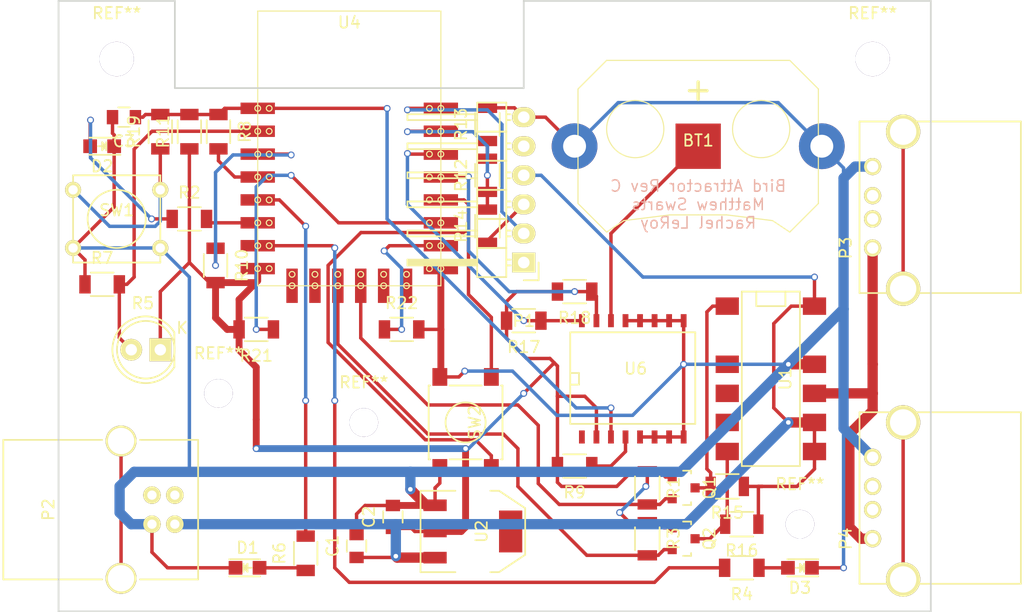
<source format=kicad_pcb>
(kicad_pcb (version 20171130) (host pcbnew "(5.1.12)-1")

  (general
    (thickness 1.6)
    (drawings 24)
    (tracks 353)
    (zones 0)
    (modules 45)
    (nets 34)
  )

  (page USLetter)
  (title_block
    (title "Bird Attractor")
    (date 2016-10-24)
    (rev C)
    (company "Matthew Swarts and Rachel LeRoy")
    (comment 1 "MIT License")
  )

  (layers
    (0 F.Cu signal)
    (31 B.Cu signal)
    (32 B.Adhes user hide)
    (33 F.Adhes user hide)
    (34 B.Paste user hide)
    (35 F.Paste user hide)
    (36 B.SilkS user hide)
    (37 F.SilkS user hide)
    (38 B.Mask user hide)
    (39 F.Mask user hide)
    (40 Dwgs.User user hide)
    (41 Cmts.User user hide)
    (42 Eco1.User user hide)
    (43 Eco2.User user hide)
    (44 Edge.Cuts user)
    (45 Margin user hide)
    (46 B.CrtYd user hide)
    (47 F.CrtYd user hide)
    (48 B.Fab user hide)
    (49 F.Fab user hide)
  )

  (setup
    (last_trace_width 0.3)
    (user_trace_width 0.6)
    (user_trace_width 0.9)
    (trace_clearance 0.2)
    (zone_clearance 0.508)
    (zone_45_only no)
    (trace_min 0.2)
    (via_size 0.6)
    (via_drill 0.4)
    (via_min_size 0.4)
    (via_min_drill 0.3)
    (uvia_size 0.3)
    (uvia_drill 0.1)
    (uvias_allowed no)
    (uvia_min_size 0.2)
    (uvia_min_drill 0.1)
    (edge_width 0.15)
    (segment_width 0.2)
    (pcb_text_width 0.3)
    (pcb_text_size 1.5 1.5)
    (mod_edge_width 0.15)
    (mod_text_size 1 1)
    (mod_text_width 0.15)
    (pad_size 1.7272 1.7272)
    (pad_drill 1.016)
    (pad_to_mask_clearance 0.2)
    (aux_axis_origin 0 0)
    (visible_elements 7FFFFFFF)
    (pcbplotparams
      (layerselection 0x010f0_80000001)
      (usegerberextensions true)
      (usegerberattributes true)
      (usegerberadvancedattributes true)
      (creategerberjobfile true)
      (excludeedgelayer true)
      (linewidth 0.100000)
      (plotframeref false)
      (viasonmask false)
      (mode 1)
      (useauxorigin false)
      (hpglpennumber 1)
      (hpglpenspeed 20)
      (hpglpendiameter 15.000000)
      (psnegative false)
      (psa4output false)
      (plotreference true)
      (plotvalue true)
      (plotinvisibletext false)
      (padsonsilk false)
      (subtractmaskfromsilk false)
      (outputformat 1)
      (mirror false)
      (drillshape 0)
      (scaleselection 1)
      (outputdirectory "gerbers/"))
  )

  (net 0 "")
  (net 1 GND)
  (net 2 5V_IN)
  (net 3 "Net-(P2-Pad5)")
  (net 4 5V_OUT)
  (net 5 "Net-(P3-Pad5)")
  (net 6 "Net-(P4-Pad5)")
  (net 7 V33)
  (net 8 VBAT)
  (net 9 "Net-(D1-Pad2)")
  (net 10 "Net-(D2-Pad2)")
  (net 11 "Net-(D3-Pad2)")
  (net 12 TX)
  (net 13 RX)
  (net 14 RELAY_OFF33)
  (net 15 RELAY_OFF)
  (net 16 RELAY_ON33)
  (net 17 RELAY_ON)
  (net 18 LED_5V_IN)
  (net 19 LED_5V_OUT)
  (net 20 ADC)
  (net 21 LED_WIFI)
  (net 22 "Net-(R9-Pad1)")
  (net 23 CH_PD)
  (net 24 RX33)
  (net 25 "Net-(R12-Pad2)")
  (net 26 PROGRAM)
  (net 27 SDA)
  (net 28 SCL)
  (net 29 ALARM_WAKE)
  (net 30 DEEP_SLEEP_WAKE)
  (net 31 "Net-(R19-Pad1)")
  (net 32 "Net-(R21-Pad1)")
  (net 33 "Net-(R22-Pad1)")

  (net_class Default "This is the default net class."
    (clearance 0.2)
    (trace_width 0.3)
    (via_dia 0.6)
    (via_drill 0.4)
    (uvia_dia 0.3)
    (uvia_drill 0.1)
    (add_net 5V_IN)
    (add_net 5V_OUT)
    (add_net ADC)
    (add_net ALARM_WAKE)
    (add_net CH_PD)
    (add_net DEEP_SLEEP_WAKE)
    (add_net GND)
    (add_net LED_5V_IN)
    (add_net LED_5V_OUT)
    (add_net LED_WIFI)
    (add_net "Net-(D1-Pad2)")
    (add_net "Net-(D2-Pad2)")
    (add_net "Net-(D3-Pad2)")
    (add_net "Net-(P2-Pad5)")
    (add_net "Net-(P3-Pad5)")
    (add_net "Net-(P4-Pad5)")
    (add_net "Net-(R12-Pad2)")
    (add_net "Net-(R19-Pad1)")
    (add_net "Net-(R21-Pad1)")
    (add_net "Net-(R22-Pad1)")
    (add_net "Net-(R9-Pad1)")
    (add_net PROGRAM)
    (add_net RELAY_OFF)
    (add_net RELAY_OFF33)
    (add_net RELAY_ON)
    (add_net RELAY_ON33)
    (add_net RX)
    (add_net RX33)
    (add_net SCL)
    (add_net SDA)
    (add_net TX)
    (add_net V33)
    (add_net VBAT)
  )

  (module Mounting_Holes:MountingHole_2-5mm (layer F.Cu) (tedit 0) (tstamp 581F802F)
    (at 143.51 91.44)
    (descr "Mounting hole, Befestigungsbohrung, 2,5mm, No Annular, Kein Restring,")
    (tags "Mounting hole, Befestigungsbohrung, 2,5mm, No Annular, Kein Restring,")
    (fp_text reference REF** (at 0 -3.50012) (layer F.SilkS)
      (effects (font (size 1 1) (thickness 0.15)))
    )
    (fp_text value MountingHole_2-5mm (at 0.09906 3.59918) (layer F.Fab)
      (effects (font (size 1 1) (thickness 0.15)))
    )
    (fp_circle (center 0 0) (end 2.5 0) (layer Cmts.User) (width 0.381))
    (pad 1 thru_hole circle (at 0 0) (size 2.5 2.5) (drill 2.5) (layers))
  )

  (module Mounting_Holes:MountingHole_2-5mm (layer F.Cu) (tedit 0) (tstamp 581F8028)
    (at 156.21 93.98)
    (descr "Mounting hole, Befestigungsbohrung, 2,5mm, No Annular, Kein Restring,")
    (tags "Mounting hole, Befestigungsbohrung, 2,5mm, No Annular, Kein Restring,")
    (fp_text reference REF** (at 0 -3.50012) (layer F.SilkS)
      (effects (font (size 1 1) (thickness 0.15)))
    )
    (fp_text value MountingHole_2-5mm (at 0.09906 3.59918) (layer F.Fab)
      (effects (font (size 1 1) (thickness 0.15)))
    )
    (fp_circle (center 0 0) (end 2.5 0) (layer Cmts.User) (width 0.381))
    (pad 1 thru_hole circle (at 0 0) (size 2.5 2.5) (drill 2.5) (layers))
  )

  (module Mounting_Holes:MountingHole_2-5mm (layer F.Cu) (tedit 0) (tstamp 581F8015)
    (at 194.31 102.87)
    (descr "Mounting hole, Befestigungsbohrung, 2,5mm, No Annular, Kein Restring,")
    (tags "Mounting hole, Befestigungsbohrung, 2,5mm, No Annular, Kein Restring,")
    (fp_text reference REF** (at 0 -3.50012) (layer F.SilkS)
      (effects (font (size 1 1) (thickness 0.15)))
    )
    (fp_text value MountingHole_2-5mm (at 0.09906 3.59918) (layer F.Fab)
      (effects (font (size 1 1) (thickness 0.15)))
    )
    (fp_circle (center 0 0) (end 2.5 0) (layer Cmts.User) (width 0.381))
    (pad 1 thru_hole circle (at 0 0) (size 2.5 2.5) (drill 2.5) (layers))
  )

  (module MyKiCadParts:BK-913 (layer F.Cu) (tedit 5804E2A0) (tstamp 581570AA)
    (at 185.42 69.85 180)
    (descr http://www.memoryprotectiondevices.com/datasheets/BK-913-datasheet.pdf)
    (tags "CR2032, 20mm, Retainer, Battery")
    (path /56ABED42)
    (fp_text reference BT1 (at 0 0.5 180) (layer F.SilkS)
      (effects (font (size 1 1) (thickness 0.15)))
    )
    (fp_text value "3V Battery" (at 0 -0.5 180) (layer F.Fab)
      (effects (font (size 1 1) (thickness 0.15)))
    )
    (fp_line (start -8 7.5) (end -10.5 5) (layer F.SilkS) (width 0.1))
    (fp_line (start 8 7.5) (end 10.5 5) (layer F.SilkS) (width 0.1))
    (fp_line (start 8 -7.5) (end 10.5 -5) (layer F.SilkS) (width 0.1))
    (fp_line (start -10.5 -5) (end -8 -7.5) (layer F.SilkS) (width 0.1))
    (fp_line (start -10.5 -5) (end -10.5 5) (layer F.SilkS) (width 0.1))
    (fp_line (start -8 7.5) (end 8 7.5) (layer F.SilkS) (width 0.1))
    (fp_line (start 10.5 5) (end 10.5 -5) (layer F.SilkS) (width 0.1))
    (fp_line (start 6.5 -6.5) (end 8 -7.5) (layer F.SilkS) (width 0.1))
    (fp_line (start 2.5 -6) (end 6.5 -6.5) (layer F.SilkS) (width 0.1))
    (fp_line (start 0 -6) (end 2.5 -6) (layer F.SilkS) (width 0.1))
    (fp_line (start -2.5 -6) (end 0 -6) (layer F.SilkS) (width 0.1))
    (fp_line (start -6.5 -6.5) (end -2.5 -6) (layer F.SilkS) (width 0.1))
    (fp_line (start -8 -7.5) (end -6.5 -6.5) (layer F.SilkS) (width 0.1))
    (fp_circle (center 5.5 1.5) (end 8 1.5) (layer F.SilkS) (width 0.1))
    (fp_circle (center -5.5 1.5) (end -3 1.5) (layer F.SilkS) (width 0.1))
    (fp_text user + (at 0 5 180) (layer F.SilkS)
      (effects (font (size 2 2) (thickness 0.3)))
    )
    (pad 2 thru_hole circle (at -10.8 0 180) (size 4 4) (drill 2) (layers *.Cu *.Mask)
      (net 1 GND))
    (pad 1 smd rect (at 0 0 180) (size 3.96 3.96) (layers F.Cu F.Paste F.Mask)
      (net 8 VBAT))
    (pad 2 thru_hole circle (at 10.8 0 180) (size 4 4) (drill 2) (layers *.Cu *.Mask)
      (net 1 GND))
  )

  (module MyKiCadParts:ESP8266-12E-80 (layer F.Cu) (tedit 57EBB223) (tstamp 57FE7B65)
    (at 154.94 66.04)
    (path /57FE5320)
    (fp_text reference U4 (at 0 -7) (layer F.SilkS)
      (effects (font (size 1 1) (thickness 0.15)))
    )
    (fp_text value ESP8266-12E (at 0 -3.5) (layer F.Fab)
      (effects (font (size 1 1) (thickness 0.15)))
    )
    (fp_line (start -8 16) (end -8 -8) (layer F.SilkS) (width 0.1))
    (fp_line (start 8 16) (end -8 16) (layer F.SilkS) (width 0.1))
    (fp_line (start 8 -8) (end 8 16) (layer F.SilkS) (width 0.1))
    (fp_line (start -8 -8) (end 8 -8) (layer F.SilkS) (width 0.1))
    (fp_circle (center -8 0.5) (end -8 0.25) (layer F.SilkS) (width 0.1))
    (fp_circle (center -8 2.5) (end -8 2.25) (layer F.SilkS) (width 0.1))
    (fp_circle (center -8 4.5) (end -8 4.25) (layer F.SilkS) (width 0.1))
    (fp_circle (center -8 6.5) (end -8 6.25) (layer F.SilkS) (width 0.1))
    (fp_circle (center -8 8.5) (end -8 8.25) (layer F.SilkS) (width 0.1))
    (fp_circle (center -8 10.5) (end -8 10.25) (layer F.SilkS) (width 0.1))
    (fp_circle (center -8 12.5) (end -8 12.25) (layer F.SilkS) (width 0.1))
    (fp_circle (center -8 14.5) (end -8 14.25) (layer F.SilkS) (width 0.1))
    (fp_circle (center -5 16) (end -5 15.75) (layer F.SilkS) (width 0.1))
    (fp_circle (center -3 16) (end -3 15.75) (layer F.SilkS) (width 0.1))
    (fp_circle (center -1 16) (end -1 15.75) (layer F.SilkS) (width 0.1))
    (fp_circle (center 1 16) (end 1 15.75) (layer F.SilkS) (width 0.1))
    (fp_circle (center 3 16) (end 3 15.75) (layer F.SilkS) (width 0.1))
    (fp_circle (center 5 16) (end 5 15.75) (layer F.SilkS) (width 0.1))
    (fp_circle (center 8 14.5) (end 8.25 14.5) (layer F.SilkS) (width 0.1))
    (fp_circle (center 8 12.5) (end 8.25 12.5) (layer F.SilkS) (width 0.1))
    (fp_circle (center 8 10.5) (end 8.25 10.5) (layer F.SilkS) (width 0.1))
    (fp_circle (center 8 8.5) (end 8.25 8.5) (layer F.SilkS) (width 0.1))
    (fp_circle (center 8 6.5) (end 8.25 6.5) (layer F.SilkS) (width 0.1))
    (fp_circle (center 8 4.5) (end 8.25 4.5) (layer F.SilkS) (width 0.1))
    (fp_circle (center 8 2.5) (end 8.25 2.5) (layer F.SilkS) (width 0.1))
    (fp_circle (center 8 0.5) (end 8.25 0.5) (layer F.SilkS) (width 0.1))
    (fp_circle (center -7 0.5) (end -7 0.25) (layer F.SilkS) (width 0.1))
    (fp_circle (center -7 2.5) (end -7 2.25) (layer F.SilkS) (width 0.1))
    (fp_circle (center -7 4.5) (end -7 4.25) (layer F.SilkS) (width 0.1))
    (fp_circle (center -7 6.5) (end -7 6.25) (layer F.SilkS) (width 0.1))
    (fp_circle (center -7 8.5) (end -7 8.25) (layer F.SilkS) (width 0.1))
    (fp_circle (center -7 10.5) (end -7 10.25) (layer F.SilkS) (width 0.1))
    (fp_circle (center -7 12.5) (end -7 12.25) (layer F.SilkS) (width 0.1))
    (fp_circle (center -7 14.5) (end -7 14.25) (layer F.SilkS) (width 0.1))
    (fp_circle (center -5 15) (end -5 14.75) (layer F.SilkS) (width 0.1))
    (fp_circle (center -3 15) (end -3 14.75) (layer F.SilkS) (width 0.1))
    (fp_circle (center -1 15) (end -1 14.75) (layer F.SilkS) (width 0.1))
    (fp_circle (center 1 15) (end 1 14.75) (layer F.SilkS) (width 0.1))
    (fp_circle (center 3 15) (end 3 14.75) (layer F.SilkS) (width 0.1))
    (fp_circle (center 5 15) (end 5 14.75) (layer F.SilkS) (width 0.1))
    (fp_circle (center 7 14.5) (end 7 14.25) (layer F.SilkS) (width 0.1))
    (fp_circle (center 7 12.5) (end 7 12.25) (layer F.SilkS) (width 0.1))
    (fp_circle (center 7 10.5) (end 7 10.25) (layer F.SilkS) (width 0.1))
    (fp_circle (center 7 8.5) (end 7 8.25) (layer F.SilkS) (width 0.1))
    (fp_circle (center 7 6.5) (end 7 6.25) (layer F.SilkS) (width 0.1))
    (fp_circle (center 7 4.5) (end 7 4.25) (layer F.SilkS) (width 0.1))
    (fp_circle (center 7 2.5) (end 7 2.25) (layer F.SilkS) (width 0.1))
    (fp_circle (center 7 0.5) (end 7 0.25) (layer F.SilkS) (width 0.1))
    (pad 14 smd rect (at 5 16 90) (size 3 1) (layers F.Cu F.Paste F.Mask))
    (pad 13 smd rect (at 3 16 90) (size 3 1) (layers F.Cu F.Paste F.Mask))
    (pad 12 smd rect (at 1 16 90) (size 3 1) (layers F.Cu F.Paste F.Mask)
      (net 14 RELAY_OFF33))
    (pad 11 smd rect (at -1 16 90) (size 3 1) (layers F.Cu F.Paste F.Mask)
      (net 16 RELAY_ON33))
    (pad 10 smd rect (at -3 16 90) (size 3 1) (layers F.Cu F.Paste F.Mask))
    (pad 9 smd rect (at -5 16 90) (size 3 1) (layers F.Cu F.Paste F.Mask))
    (pad 1 smd rect (at -8 0.5) (size 3 1) (layers F.Cu F.Paste F.Mask)
      (net 29 ALARM_WAKE))
    (pad 2 smd rect (at -8 2.5) (size 3 1) (layers F.Cu F.Paste F.Mask)
      (net 20 ADC))
    (pad 3 smd rect (at -8 4.5) (size 3 1) (layers F.Cu F.Paste F.Mask)
      (net 23 CH_PD))
    (pad 4 smd rect (at -8 6.5) (size 3 1) (layers F.Cu F.Paste F.Mask)
      (net 30 DEEP_SLEEP_WAKE))
    (pad 5 smd rect (at -8 8.5) (size 3 1) (layers F.Cu F.Paste F.Mask)
      (net 21 LED_WIFI))
    (pad 6 smd rect (at -8 10.5) (size 3 1) (layers F.Cu F.Paste F.Mask)
      (net 18 LED_5V_IN))
    (pad 7 smd rect (at -8 12.5) (size 3 1) (layers F.Cu F.Paste F.Mask)
      (net 19 LED_5V_OUT))
    (pad 8 smd rect (at -8 14.5) (size 3 1) (layers F.Cu F.Paste F.Mask)
      (net 7 V33))
    (pad 15 smd rect (at 8 14.5) (size 3 1) (layers F.Cu F.Paste F.Mask)
      (net 1 GND))
    (pad 16 smd rect (at 8 12.5) (size 3 1) (layers F.Cu F.Paste F.Mask)
      (net 33 "Net-(R22-Pad1)"))
    (pad 17 smd rect (at 8 10.5) (size 3 1) (layers F.Cu F.Paste F.Mask)
      (net 32 "Net-(R21-Pad1)"))
    (pad 18 smd rect (at 8 8.5) (size 3 1) (layers F.Cu F.Paste F.Mask)
      (net 26 PROGRAM))
    (pad 19 smd rect (at 8 6.5) (size 3 1) (layers F.Cu F.Paste F.Mask)
      (net 27 SDA))
    (pad 20 smd rect (at 8 4.5) (size 3 1) (layers F.Cu F.Paste F.Mask)
      (net 28 SCL))
    (pad 21 smd rect (at 8 2.5) (size 3 1) (layers F.Cu F.Paste F.Mask)
      (net 24 RX33))
    (pad 22 smd rect (at 8 0.5) (size 3 1) (layers F.Cu F.Paste F.Mask)
      (net 12 TX))
  )

  (module MyKiCadParts:DIP-12-SMD (layer F.Cu) (tedit 56AD2EFA) (tstamp 56B93F7A)
    (at 187.96 83.82 270)
    (tags "smd ")
    (path /56AD22E7)
    (attr smd)
    (fp_text reference U1 (at 6.35 -5.08 270) (layer F.SilkS)
      (effects (font (size 1 1) (thickness 0.15)))
    )
    (fp_text value PR_Relay_V23079 (at 6.35 -2.54 270) (layer F.Fab)
      (effects (font (size 1 1) (thickness 0.15)))
    )
    (fp_line (start 0 -2.54) (end -1.27 -2.54) (layer F.SilkS) (width 0.15))
    (fp_line (start 0 -5.08) (end 0 -2.54) (layer F.SilkS) (width 0.15))
    (fp_line (start -1.27 -5.08) (end 0 -5.08) (layer F.SilkS) (width 0.15))
    (fp_line (start -1.27 -6.35) (end -1.27 -1.27) (layer F.SilkS) (width 0.15))
    (fp_line (start 13.97 -1.27) (end -1.27 -1.27) (layer F.SilkS) (width 0.15))
    (fp_line (start 13.97 -6.35) (end 13.97 -1.27) (layer F.SilkS) (width 0.15))
    (fp_line (start -1.27 -6.35) (end 13.97 -6.35) (layer F.SilkS) (width 0.15))
    (pad 9 smd rect (at 7.62 -7.62 270) (size 1.524 2.032) (layers F.Cu F.Paste F.Mask)
      (net 4 5V_OUT))
    (pad 8 smd rect (at 10.16 -7.62 270) (size 1.524 2.032) (layers F.Cu F.Paste F.Mask)
      (net 2 5V_IN))
    (pad 7 smd rect (at 12.7 -7.62 270) (size 1.524 2.032) (layers F.Cu F.Paste F.Mask)
      (net 2 5V_IN))
    (pad 6 smd rect (at 12.7 0 270) (size 1.524 2.032) (layers F.Cu F.Paste F.Mask)
      (net 17 RELAY_ON))
    (pad 5 smd rect (at 10.16 0 270) (size 1.524 2.032) (layers F.Cu F.Paste F.Mask))
    (pad 4 smd rect (at 7.62 0 270) (size 1.524 2.032) (layers F.Cu F.Paste F.Mask))
    (pad 1 smd rect (at 0 0 270) (size 1.524 2.032) (layers F.Cu F.Paste F.Mask)
      (net 15 RELAY_OFF))
    (pad 3 smd rect (at 5.08 0 270) (size 1.524 2.032) (layers F.Cu F.Paste F.Mask))
    (pad 10 smd rect (at 5.08 -7.62 270) (size 1.524 2.032) (layers F.Cu F.Paste F.Mask)
      (net 1 GND))
    (pad 12 smd rect (at 0 -7.62 270) (size 1.524 2.032) (layers F.Cu F.Paste F.Mask)
      (net 2 5V_IN))
  )

  (module Resistors_SMD:R_1206 (layer F.Cu) (tedit 5415CFA7) (tstamp 56B93F25)
    (at 180.975 99.695 270)
    (descr "Resistor SMD 1206, reflow soldering, Vishay (see dcrcw.pdf)")
    (tags "resistor 1206")
    (path /56ABEC73)
    (attr smd)
    (fp_text reference R1 (at 0 -2.3 270) (layer F.SilkS)
      (effects (font (size 1 1) (thickness 0.15)))
    )
    (fp_text value 10K (at 0 2.3 270) (layer F.Fab)
      (effects (font (size 1 1) (thickness 0.15)))
    )
    (fp_line (start -1 -1.075) (end 1 -1.075) (layer F.SilkS) (width 0.15))
    (fp_line (start 1 1.075) (end -1 1.075) (layer F.SilkS) (width 0.15))
    (fp_line (start 2.2 -1.2) (end 2.2 1.2) (layer F.CrtYd) (width 0.05))
    (fp_line (start -2.2 -1.2) (end -2.2 1.2) (layer F.CrtYd) (width 0.05))
    (fp_line (start -2.2 1.2) (end 2.2 1.2) (layer F.CrtYd) (width 0.05))
    (fp_line (start -2.2 -1.2) (end 2.2 -1.2) (layer F.CrtYd) (width 0.05))
    (pad 1 smd rect (at -1.45 0 270) (size 0.9 1.7) (layers F.Cu F.Paste F.Mask)
      (net 7 V33))
    (pad 2 smd rect (at 1.45 0 270) (size 0.9 1.7) (layers F.Cu F.Paste F.Mask)
      (net 14 RELAY_OFF33))
    (model Resistors_SMD.3dshapes/R_1206.wrl
      (at (xyz 0 0 0))
      (scale (xyz 1 1 1))
      (rotate (xyz 0 0 0))
    )
  )

  (module Resistors_SMD:R_1206 (layer F.Cu) (tedit 5415CFA7) (tstamp 56B93F3D)
    (at 180.975 104.14 270)
    (descr "Resistor SMD 1206, reflow soldering, Vishay (see dcrcw.pdf)")
    (tags "resistor 1206")
    (path /58024414)
    (attr smd)
    (fp_text reference R3 (at 0 -2.3 270) (layer F.SilkS)
      (effects (font (size 1 1) (thickness 0.15)))
    )
    (fp_text value 10K (at 0 2.3 270) (layer F.Fab)
      (effects (font (size 1 1) (thickness 0.15)))
    )
    (fp_line (start -1 -1.075) (end 1 -1.075) (layer F.SilkS) (width 0.15))
    (fp_line (start 1 1.075) (end -1 1.075) (layer F.SilkS) (width 0.15))
    (fp_line (start 2.2 -1.2) (end 2.2 1.2) (layer F.CrtYd) (width 0.05))
    (fp_line (start -2.2 -1.2) (end -2.2 1.2) (layer F.CrtYd) (width 0.05))
    (fp_line (start -2.2 1.2) (end 2.2 1.2) (layer F.CrtYd) (width 0.05))
    (fp_line (start -2.2 -1.2) (end 2.2 -1.2) (layer F.CrtYd) (width 0.05))
    (pad 1 smd rect (at -1.45 0 270) (size 0.9 1.7) (layers F.Cu F.Paste F.Mask)
      (net 7 V33))
    (pad 2 smd rect (at 1.45 0 270) (size 0.9 1.7) (layers F.Cu F.Paste F.Mask)
      (net 16 RELAY_ON33))
    (model Resistors_SMD.3dshapes/R_1206.wrl
      (at (xyz 0 0 0))
      (scale (xyz 1 1 1))
      (rotate (xyz 0 0 0))
    )
  )

  (module LEDs:LED-0805 (layer F.Cu) (tedit 55BDE1C2) (tstamp 57FE7B12)
    (at 146.05 106.68)
    (descr "LED 0805 smd package")
    (tags "LED 0805 SMD")
    (path /57FE73F9)
    (attr smd)
    (fp_text reference D1 (at 0 -1.75) (layer F.SilkS)
      (effects (font (size 1 1) (thickness 0.15)))
    )
    (fp_text value LED (at 0 1.75) (layer F.Fab)
      (effects (font (size 1 1) (thickness 0.15)))
    )
    (fp_line (start -1.9 -0.95) (end 1.9 -0.95) (layer F.CrtYd) (width 0.05))
    (fp_line (start -1.9 0.95) (end -1.9 -0.95) (layer F.CrtYd) (width 0.05))
    (fp_line (start 1.9 0.95) (end -1.9 0.95) (layer F.CrtYd) (width 0.05))
    (fp_line (start 1.9 -0.95) (end 1.9 0.95) (layer F.CrtYd) (width 0.05))
    (fp_line (start 0 0.35) (end -0.35 0) (layer F.SilkS) (width 0.15))
    (fp_line (start 0 -0.35) (end 0 0.35) (layer F.SilkS) (width 0.15))
    (fp_line (start -0.35 0) (end 0 -0.35) (layer F.SilkS) (width 0.15))
    (fp_line (start 0 0) (end 0.35 0) (layer F.SilkS) (width 0.15))
    (fp_line (start -0.35 -0.35) (end -0.35 0.35) (layer F.SilkS) (width 0.15))
    (fp_line (start -0.1 -0.1) (end -0.25 0.05) (layer F.SilkS) (width 0.15))
    (fp_line (start -0.1 0.15) (end -0.1 -0.1) (layer F.SilkS) (width 0.15))
    (fp_line (start -1.6 -0.75) (end 1.1 -0.75) (layer F.SilkS) (width 0.15))
    (fp_line (start -1.6 0.75) (end 1.1 0.75) (layer F.SilkS) (width 0.15))
    (pad 2 smd rect (at 1.04902 0 180) (size 1.19888 1.19888) (layers F.Cu F.Paste F.Mask)
      (net 9 "Net-(D1-Pad2)"))
    (pad 1 smd rect (at -1.04902 0 180) (size 1.19888 1.19888) (layers F.Cu F.Paste F.Mask)
      (net 1 GND))
    (model LEDs.3dshapes/LED-0805.wrl
      (at (xyz 0 0 0))
      (scale (xyz 1 1 1))
      (rotate (xyz 0 0 0))
    )
  )

  (module Connect:USB_B (layer F.Cu) (tedit 55B36073) (tstamp 57FE7B1C)
    (at 139.7 102.87 180)
    (descr "USB B connector")
    (tags "USB_B USB_DEV")
    (path /57FE5369)
    (fp_text reference P2 (at 11.049 1.27 270) (layer F.SilkS)
      (effects (font (size 1 1) (thickness 0.15)))
    )
    (fp_text value USB_B (at 4.699 1.27 270) (layer F.Fab)
      (effects (font (size 1 1) (thickness 0.15)))
    )
    (fp_line (start -2.032 7.366) (end -2.032 -4.826) (layer F.SilkS) (width 0.15))
    (fp_line (start 14.986 -4.826) (end 14.986 7.366) (layer F.SilkS) (width 0.15))
    (fp_line (start -2.032 -4.826) (end 3.048 -4.826) (layer F.SilkS) (width 0.15))
    (fp_line (start 6.35 -4.826) (end 14.986 -4.826) (layer F.SilkS) (width 0.15))
    (fp_line (start -2.032 7.366) (end 3.048 7.366) (layer F.SilkS) (width 0.15))
    (fp_line (start 6.35 7.366) (end 14.986 7.366) (layer F.SilkS) (width 0.15))
    (fp_line (start 15.25 -6.35) (end 15.25 8.9) (layer F.CrtYd) (width 0.05))
    (fp_line (start -2.3 -6.35) (end 15.25 -6.35) (layer F.CrtYd) (width 0.05))
    (fp_line (start -2.3 8.9) (end -2.3 -6.35) (layer F.CrtYd) (width 0.05))
    (fp_line (start 15.25 8.9) (end -2.3 8.9) (layer F.CrtYd) (width 0.05))
    (pad 2 thru_hole circle (at 0 2.54 90) (size 1.524 1.524) (drill 0.8128) (layers *.Cu *.Mask F.SilkS))
    (pad 1 thru_hole circle (at 0 0 90) (size 1.524 1.524) (drill 0.8128) (layers *.Cu *.Mask F.SilkS)
      (net 2 5V_IN))
    (pad 4 thru_hole circle (at 1.99898 0 90) (size 1.524 1.524) (drill 0.8128) (layers *.Cu *.Mask F.SilkS)
      (net 1 GND))
    (pad 3 thru_hole circle (at 1.99898 2.54 90) (size 1.524 1.524) (drill 0.8128) (layers *.Cu *.Mask F.SilkS))
    (pad 5 thru_hole circle (at 4.699 7.26948 90) (size 2.70002 2.70002) (drill 2.30124) (layers *.Cu *.Mask F.SilkS)
      (net 3 "Net-(P2-Pad5)"))
    (pad 5 thru_hole circle (at 4.699 -4.72948 90) (size 2.70002 2.70002) (drill 2.30124) (layers *.Cu *.Mask F.SilkS)
      (net 3 "Net-(P2-Pad5)"))
    (model Connect.3dshapes/USB_B.wrl
      (offset (xyz 4.6989999294281 -1.269999980926514 0.02539999961853028))
      (scale (xyz 0.3937 0.3937 0.3937))
      (rotate (xyz 0 0 -90))
    )
  )

  (module Connect:USB_A (layer F.Cu) (tedit 5543E289) (tstamp 57FE7B26)
    (at 200.66 78.74 90)
    (descr "USB A connector")
    (tags "USB USB_A")
    (path /57FE56DE)
    (fp_text reference P3 (at 0 -2.35 90) (layer F.SilkS)
      (effects (font (size 1 1) (thickness 0.15)))
    )
    (fp_text value USB_A (at 3.83794 7.43458 90) (layer F.Fab)
      (effects (font (size 1 1) (thickness 0.15)))
    )
    (fp_line (start 11.04986 12.95188) (end -3.93614 12.95188) (layer F.SilkS) (width 0.15))
    (fp_line (start 11.04986 -1.14512) (end -3.93614 -1.14512) (layer F.SilkS) (width 0.15))
    (fp_line (start -3.93614 12.95188) (end -3.93614 -1.14512) (layer F.SilkS) (width 0.15))
    (fp_line (start 11.04986 -1.14512) (end 11.04986 12.95188) (layer F.SilkS) (width 0.15))
    (fp_line (start -5.3 -1.4) (end 11.95 -1.4) (layer F.CrtYd) (width 0.05))
    (fp_line (start -5.3 13.2) (end 11.95 13.2) (layer F.CrtYd) (width 0.05))
    (fp_line (start 11.95 -1.4) (end 11.95 13.2) (layer F.CrtYd) (width 0.05))
    (fp_line (start -5.3 13.2) (end -5.3 -1.4) (layer F.CrtYd) (width 0.05))
    (pad 4 thru_hole circle (at 7.11286 -0.00212) (size 1.50114 1.50114) (drill 1.00076) (layers *.Cu *.Mask F.SilkS)
      (net 1 GND))
    (pad 3 thru_hole circle (at 4.57286 -0.00212) (size 1.50114 1.50114) (drill 1.00076) (layers *.Cu *.Mask F.SilkS))
    (pad 2 thru_hole circle (at 2.54086 -0.00212) (size 1.50114 1.50114) (drill 1.00076) (layers *.Cu *.Mask F.SilkS))
    (pad 1 thru_hole circle (at 0.00086 -0.00212) (size 1.50114 1.50114) (drill 1.00076) (layers *.Cu *.Mask F.SilkS)
      (net 4 5V_OUT))
    (pad 5 thru_hole circle (at 10.16086 2.66488) (size 2.99974 2.99974) (drill 2.30124) (layers *.Cu *.Mask F.SilkS)
      (net 5 "Net-(P3-Pad5)"))
    (pad 5 thru_hole circle (at -3.55514 2.66488) (size 2.99974 2.99974) (drill 2.30124) (layers *.Cu *.Mask F.SilkS)
      (net 5 "Net-(P3-Pad5)"))
    (model Connect.3dshapes/USB_A.wrl
      (offset (xyz 3.555999946594238 0 0))
      (scale (xyz 1 1 1))
      (rotate (xyz 0 0 90))
    )
  )

  (module TO_SOT_Packages_SMD:SOT-23 (layer F.Cu) (tedit 553634F8) (tstamp 57FE7B2D)
    (at 184.15 99.695 270)
    (descr "SOT-23, Standard")
    (tags SOT-23)
    (path /57FE739A)
    (attr smd)
    (fp_text reference Q1 (at 0 -2.25 270) (layer F.SilkS)
      (effects (font (size 1 1) (thickness 0.15)))
    )
    (fp_text value BSS138 (at 0 2.3 270) (layer F.Fab)
      (effects (font (size 1 1) (thickness 0.15)))
    )
    (fp_line (start 1.49982 -0.65024) (end 1.49982 0.0508) (layer F.SilkS) (width 0.15))
    (fp_line (start 1.29916 -0.65024) (end 1.49982 -0.65024) (layer F.SilkS) (width 0.15))
    (fp_line (start -1.49982 -0.65024) (end -1.2509 -0.65024) (layer F.SilkS) (width 0.15))
    (fp_line (start -1.49982 0.0508) (end -1.49982 -0.65024) (layer F.SilkS) (width 0.15))
    (fp_line (start 1.29916 -0.65024) (end 1.2509 -0.65024) (layer F.SilkS) (width 0.15))
    (fp_line (start -1.65 1.6) (end -1.65 -1.6) (layer F.CrtYd) (width 0.05))
    (fp_line (start 1.65 1.6) (end -1.65 1.6) (layer F.CrtYd) (width 0.05))
    (fp_line (start 1.65 -1.6) (end 1.65 1.6) (layer F.CrtYd) (width 0.05))
    (fp_line (start -1.65 -1.6) (end 1.65 -1.6) (layer F.CrtYd) (width 0.05))
    (pad 1 smd rect (at -0.95 1.00076 270) (size 0.8001 0.8001) (layers F.Cu F.Paste F.Mask)
      (net 7 V33))
    (pad 2 smd rect (at 0.95 1.00076 270) (size 0.8001 0.8001) (layers F.Cu F.Paste F.Mask)
      (net 14 RELAY_OFF33))
    (pad 3 smd rect (at 0 -0.99822 270) (size 0.8001 0.8001) (layers F.Cu F.Paste F.Mask)
      (net 15 RELAY_OFF))
    (model TO_SOT_Packages_SMD.3dshapes/SOT-23.wrl
      (at (xyz 0 0 0))
      (scale (xyz 1 1 1))
      (rotate (xyz 0 0 0))
    )
  )

  (module TO_SOT_Packages_SMD:SOT-23 (layer F.Cu) (tedit 553634F8) (tstamp 57FE7B34)
    (at 184.15 104.14 270)
    (descr "SOT-23, Standard")
    (tags SOT-23)
    (path /57FE9072)
    (attr smd)
    (fp_text reference Q2 (at 0 -2.25 270) (layer F.SilkS)
      (effects (font (size 1 1) (thickness 0.15)))
    )
    (fp_text value BSS138 (at 0 2.3 270) (layer F.Fab)
      (effects (font (size 1 1) (thickness 0.15)))
    )
    (fp_line (start 1.49982 -0.65024) (end 1.49982 0.0508) (layer F.SilkS) (width 0.15))
    (fp_line (start 1.29916 -0.65024) (end 1.49982 -0.65024) (layer F.SilkS) (width 0.15))
    (fp_line (start -1.49982 -0.65024) (end -1.2509 -0.65024) (layer F.SilkS) (width 0.15))
    (fp_line (start -1.49982 0.0508) (end -1.49982 -0.65024) (layer F.SilkS) (width 0.15))
    (fp_line (start 1.29916 -0.65024) (end 1.2509 -0.65024) (layer F.SilkS) (width 0.15))
    (fp_line (start -1.65 1.6) (end -1.65 -1.6) (layer F.CrtYd) (width 0.05))
    (fp_line (start 1.65 1.6) (end -1.65 1.6) (layer F.CrtYd) (width 0.05))
    (fp_line (start 1.65 -1.6) (end 1.65 1.6) (layer F.CrtYd) (width 0.05))
    (fp_line (start -1.65 -1.6) (end 1.65 -1.6) (layer F.CrtYd) (width 0.05))
    (pad 1 smd rect (at -0.95 1.00076 270) (size 0.8001 0.8001) (layers F.Cu F.Paste F.Mask)
      (net 7 V33))
    (pad 2 smd rect (at 0.95 1.00076 270) (size 0.8001 0.8001) (layers F.Cu F.Paste F.Mask)
      (net 16 RELAY_ON33))
    (pad 3 smd rect (at 0 -0.99822 270) (size 0.8001 0.8001) (layers F.Cu F.Paste F.Mask)
      (net 17 RELAY_ON))
    (model TO_SOT_Packages_SMD.3dshapes/SOT-23.wrl
      (at (xyz 0 0 0))
      (scale (xyz 1 1 1))
      (rotate (xyz 0 0 0))
    )
  )

  (module Connect:USB_A (layer F.Cu) (tedit 5543E289) (tstamp 57FE7C68)
    (at 200.66 104.14 90)
    (descr "USB A connector")
    (tags "USB USB_A")
    (path /57FEA640)
    (fp_text reference P4 (at 0 -2.35 90) (layer F.SilkS)
      (effects (font (size 1 1) (thickness 0.15)))
    )
    (fp_text value USB_A (at 3.83794 7.43458 90) (layer F.Fab)
      (effects (font (size 1 1) (thickness 0.15)))
    )
    (fp_line (start 11.04986 12.95188) (end -3.93614 12.95188) (layer F.SilkS) (width 0.15))
    (fp_line (start 11.04986 -1.14512) (end -3.93614 -1.14512) (layer F.SilkS) (width 0.15))
    (fp_line (start -3.93614 12.95188) (end -3.93614 -1.14512) (layer F.SilkS) (width 0.15))
    (fp_line (start 11.04986 -1.14512) (end 11.04986 12.95188) (layer F.SilkS) (width 0.15))
    (fp_line (start -5.3 -1.4) (end 11.95 -1.4) (layer F.CrtYd) (width 0.05))
    (fp_line (start -5.3 13.2) (end 11.95 13.2) (layer F.CrtYd) (width 0.05))
    (fp_line (start 11.95 -1.4) (end 11.95 13.2) (layer F.CrtYd) (width 0.05))
    (fp_line (start -5.3 13.2) (end -5.3 -1.4) (layer F.CrtYd) (width 0.05))
    (pad 4 thru_hole circle (at 7.11286 -0.00212) (size 1.50114 1.50114) (drill 1.00076) (layers *.Cu *.Mask F.SilkS)
      (net 1 GND))
    (pad 3 thru_hole circle (at 4.57286 -0.00212) (size 1.50114 1.50114) (drill 1.00076) (layers *.Cu *.Mask F.SilkS))
    (pad 2 thru_hole circle (at 2.54086 -0.00212) (size 1.50114 1.50114) (drill 1.00076) (layers *.Cu *.Mask F.SilkS))
    (pad 1 thru_hole circle (at 0.00086 -0.00212) (size 1.50114 1.50114) (drill 1.00076) (layers *.Cu *.Mask F.SilkS)
      (net 4 5V_OUT))
    (pad 5 thru_hole circle (at 10.16086 2.66488) (size 2.99974 2.99974) (drill 2.30124) (layers *.Cu *.Mask F.SilkS)
      (net 6 "Net-(P4-Pad5)"))
    (pad 5 thru_hole circle (at -3.55514 2.66488) (size 2.99974 2.99974) (drill 2.30124) (layers *.Cu *.Mask F.SilkS)
      (net 6 "Net-(P4-Pad5)"))
    (model Connect.3dshapes/USB_A.wrl
      (offset (xyz 3.555999946594238 0 0))
      (scale (xyz 1 1 1))
      (rotate (xyz 0 0 90))
    )
  )

  (module Capacitors_SMD:C_0805 (layer F.Cu) (tedit 5415D6EA) (tstamp 580199F8)
    (at 155.575 104.775 90)
    (descr "Capacitor SMD 0805, reflow soldering, AVX (see smccp.pdf)")
    (tags "capacitor 0805")
    (path /58013CF1)
    (attr smd)
    (fp_text reference C1 (at 0 -2.1 90) (layer F.SilkS)
      (effects (font (size 1 1) (thickness 0.15)))
    )
    (fp_text value 10uF (at 0 2.1 90) (layer F.Fab)
      (effects (font (size 1 1) (thickness 0.15)))
    )
    (fp_line (start -0.5 0.85) (end 0.5 0.85) (layer F.SilkS) (width 0.15))
    (fp_line (start 0.5 -0.85) (end -0.5 -0.85) (layer F.SilkS) (width 0.15))
    (fp_line (start 1.8 -1) (end 1.8 1) (layer F.CrtYd) (width 0.05))
    (fp_line (start -1.8 -1) (end -1.8 1) (layer F.CrtYd) (width 0.05))
    (fp_line (start -1.8 1) (end 1.8 1) (layer F.CrtYd) (width 0.05))
    (fp_line (start -1.8 -1) (end 1.8 -1) (layer F.CrtYd) (width 0.05))
    (pad 1 smd rect (at -1 0 90) (size 1 1.25) (layers F.Cu F.Paste F.Mask)
      (net 2 5V_IN))
    (pad 2 smd rect (at 1 0 90) (size 1 1.25) (layers F.Cu F.Paste F.Mask)
      (net 1 GND))
    (model Capacitors_SMD.3dshapes/C_0805.wrl
      (at (xyz 0 0 0))
      (scale (xyz 1 1 1))
      (rotate (xyz 0 0 0))
    )
  )

  (module Capacitors_SMD:C_0805 (layer F.Cu) (tedit 5415D6EA) (tstamp 580199FE)
    (at 158.75 102.235 90)
    (descr "Capacitor SMD 0805, reflow soldering, AVX (see smccp.pdf)")
    (tags "capacitor 0805")
    (path /58013FD5)
    (attr smd)
    (fp_text reference C2 (at 0 -2.1 90) (layer F.SilkS)
      (effects (font (size 1 1) (thickness 0.15)))
    )
    (fp_text value 10uF (at 0 2.1 90) (layer F.Fab)
      (effects (font (size 1 1) (thickness 0.15)))
    )
    (fp_line (start -0.5 0.85) (end 0.5 0.85) (layer F.SilkS) (width 0.15))
    (fp_line (start 0.5 -0.85) (end -0.5 -0.85) (layer F.SilkS) (width 0.15))
    (fp_line (start 1.8 -1) (end 1.8 1) (layer F.CrtYd) (width 0.05))
    (fp_line (start -1.8 -1) (end -1.8 1) (layer F.CrtYd) (width 0.05))
    (fp_line (start -1.8 1) (end 1.8 1) (layer F.CrtYd) (width 0.05))
    (fp_line (start -1.8 -1) (end 1.8 -1) (layer F.CrtYd) (width 0.05))
    (pad 1 smd rect (at -1 0 90) (size 1 1.25) (layers F.Cu F.Paste F.Mask)
      (net 7 V33))
    (pad 2 smd rect (at 1 0 90) (size 1 1.25) (layers F.Cu F.Paste F.Mask)
      (net 1 GND))
    (model Capacitors_SMD.3dshapes/C_0805.wrl
      (at (xyz 0 0 0))
      (scale (xyz 1 1 1))
      (rotate (xyz 0 0 0))
    )
  )

  (module LEDs:LED-0805 (layer F.Cu) (tedit 55BDE1C2) (tstamp 58019A04)
    (at 133.35 69.85 180)
    (descr "LED 0805 smd package")
    (tags "LED 0805 SMD")
    (path /5801A77C)
    (attr smd)
    (fp_text reference D2 (at 0 -1.75 180) (layer F.SilkS)
      (effects (font (size 1 1) (thickness 0.15)))
    )
    (fp_text value LED (at 0 1.75 180) (layer F.Fab)
      (effects (font (size 1 1) (thickness 0.15)))
    )
    (fp_line (start -1.9 -0.95) (end 1.9 -0.95) (layer F.CrtYd) (width 0.05))
    (fp_line (start -1.9 0.95) (end -1.9 -0.95) (layer F.CrtYd) (width 0.05))
    (fp_line (start 1.9 0.95) (end -1.9 0.95) (layer F.CrtYd) (width 0.05))
    (fp_line (start 1.9 -0.95) (end 1.9 0.95) (layer F.CrtYd) (width 0.05))
    (fp_line (start 0 0.35) (end -0.35 0) (layer F.SilkS) (width 0.15))
    (fp_line (start 0 -0.35) (end 0 0.35) (layer F.SilkS) (width 0.15))
    (fp_line (start -0.35 0) (end 0 -0.35) (layer F.SilkS) (width 0.15))
    (fp_line (start 0 0) (end 0.35 0) (layer F.SilkS) (width 0.15))
    (fp_line (start -0.35 -0.35) (end -0.35 0.35) (layer F.SilkS) (width 0.15))
    (fp_line (start -0.1 -0.1) (end -0.25 0.05) (layer F.SilkS) (width 0.15))
    (fp_line (start -0.1 0.15) (end -0.1 -0.1) (layer F.SilkS) (width 0.15))
    (fp_line (start -1.6 -0.75) (end 1.1 -0.75) (layer F.SilkS) (width 0.15))
    (fp_line (start -1.6 0.75) (end 1.1 0.75) (layer F.SilkS) (width 0.15))
    (pad 2 smd rect (at 1.04902 0) (size 1.19888 1.19888) (layers F.Cu F.Paste F.Mask)
      (net 10 "Net-(D2-Pad2)"))
    (pad 1 smd rect (at -1.04902 0) (size 1.19888 1.19888) (layers F.Cu F.Paste F.Mask)
      (net 1 GND))
    (model LEDs.3dshapes/LED-0805.wrl
      (at (xyz 0 0 0))
      (scale (xyz 1 1 1))
      (rotate (xyz 0 0 0))
    )
  )

  (module LEDs:LED-0805 (layer F.Cu) (tedit 55BDE1C2) (tstamp 58019A0A)
    (at 194.31 106.68 180)
    (descr "LED 0805 smd package")
    (tags "LED 0805 SMD")
    (path /5801AC92)
    (attr smd)
    (fp_text reference D3 (at 0 -1.75 180) (layer F.SilkS)
      (effects (font (size 1 1) (thickness 0.15)))
    )
    (fp_text value LED (at 0 1.75 180) (layer F.Fab)
      (effects (font (size 1 1) (thickness 0.15)))
    )
    (fp_line (start -1.9 -0.95) (end 1.9 -0.95) (layer F.CrtYd) (width 0.05))
    (fp_line (start -1.9 0.95) (end -1.9 -0.95) (layer F.CrtYd) (width 0.05))
    (fp_line (start 1.9 0.95) (end -1.9 0.95) (layer F.CrtYd) (width 0.05))
    (fp_line (start 1.9 -0.95) (end 1.9 0.95) (layer F.CrtYd) (width 0.05))
    (fp_line (start 0 0.35) (end -0.35 0) (layer F.SilkS) (width 0.15))
    (fp_line (start 0 -0.35) (end 0 0.35) (layer F.SilkS) (width 0.15))
    (fp_line (start -0.35 0) (end 0 -0.35) (layer F.SilkS) (width 0.15))
    (fp_line (start 0 0) (end 0.35 0) (layer F.SilkS) (width 0.15))
    (fp_line (start -0.35 -0.35) (end -0.35 0.35) (layer F.SilkS) (width 0.15))
    (fp_line (start -0.1 -0.1) (end -0.25 0.05) (layer F.SilkS) (width 0.15))
    (fp_line (start -0.1 0.15) (end -0.1 -0.1) (layer F.SilkS) (width 0.15))
    (fp_line (start -1.6 -0.75) (end 1.1 -0.75) (layer F.SilkS) (width 0.15))
    (fp_line (start -1.6 0.75) (end 1.1 0.75) (layer F.SilkS) (width 0.15))
    (pad 2 smd rect (at 1.04902 0) (size 1.19888 1.19888) (layers F.Cu F.Paste F.Mask)
      (net 11 "Net-(D3-Pad2)"))
    (pad 1 smd rect (at -1.04902 0) (size 1.19888 1.19888) (layers F.Cu F.Paste F.Mask)
      (net 1 GND))
    (model LEDs.3dshapes/LED-0805.wrl
      (at (xyz 0 0 0))
      (scale (xyz 1 1 1))
      (rotate (xyz 0 0 0))
    )
  )

  (module Pin_Headers:Pin_Header_Angled_1x06 (layer F.Cu) (tedit 0) (tstamp 58019A14)
    (at 170.18 80.01 180)
    (descr "Through hole pin header")
    (tags "pin header")
    (path /58020A26)
    (fp_text reference P1 (at 0 -5.1 180) (layer F.SilkS)
      (effects (font (size 1 1) (thickness 0.15)))
    )
    (fp_text value FTDI (at 0 -3.1 180) (layer F.Fab)
      (effects (font (size 1 1) (thickness 0.15)))
    )
    (fp_line (start 1.524 3.81) (end 4.064 3.81) (layer F.SilkS) (width 0.15))
    (fp_line (start 1.524 3.81) (end 1.524 6.35) (layer F.SilkS) (width 0.15))
    (fp_line (start 1.524 6.35) (end 4.064 6.35) (layer F.SilkS) (width 0.15))
    (fp_line (start 4.064 4.826) (end 10.16 4.826) (layer F.SilkS) (width 0.15))
    (fp_line (start 10.16 4.826) (end 10.16 5.334) (layer F.SilkS) (width 0.15))
    (fp_line (start 10.16 5.334) (end 4.064 5.334) (layer F.SilkS) (width 0.15))
    (fp_line (start 4.064 6.35) (end 4.064 3.81) (layer F.SilkS) (width 0.15))
    (fp_line (start 4.064 8.89) (end 4.064 6.35) (layer F.SilkS) (width 0.15))
    (fp_line (start 10.16 7.874) (end 4.064 7.874) (layer F.SilkS) (width 0.15))
    (fp_line (start 10.16 7.366) (end 10.16 7.874) (layer F.SilkS) (width 0.15))
    (fp_line (start 4.064 7.366) (end 10.16 7.366) (layer F.SilkS) (width 0.15))
    (fp_line (start 1.524 8.89) (end 4.064 8.89) (layer F.SilkS) (width 0.15))
    (fp_line (start 1.524 6.35) (end 1.524 8.89) (layer F.SilkS) (width 0.15))
    (fp_line (start 1.524 6.35) (end 4.064 6.35) (layer F.SilkS) (width 0.15))
    (fp_line (start 1.524 11.43) (end 4.064 11.43) (layer F.SilkS) (width 0.15))
    (fp_line (start 1.524 11.43) (end 1.524 13.97) (layer F.SilkS) (width 0.15))
    (fp_line (start 1.524 13.97) (end 4.064 13.97) (layer F.SilkS) (width 0.15))
    (fp_line (start 4.064 12.446) (end 10.16 12.446) (layer F.SilkS) (width 0.15))
    (fp_line (start 10.16 12.446) (end 10.16 12.954) (layer F.SilkS) (width 0.15))
    (fp_line (start 10.16 12.954) (end 4.064 12.954) (layer F.SilkS) (width 0.15))
    (fp_line (start 4.064 13.97) (end 4.064 11.43) (layer F.SilkS) (width 0.15))
    (fp_line (start 4.064 11.43) (end 4.064 8.89) (layer F.SilkS) (width 0.15))
    (fp_line (start 10.16 10.414) (end 4.064 10.414) (layer F.SilkS) (width 0.15))
    (fp_line (start 10.16 9.906) (end 10.16 10.414) (layer F.SilkS) (width 0.15))
    (fp_line (start 4.064 9.906) (end 10.16 9.906) (layer F.SilkS) (width 0.15))
    (fp_line (start 1.524 11.43) (end 4.064 11.43) (layer F.SilkS) (width 0.15))
    (fp_line (start 1.524 8.89) (end 1.524 11.43) (layer F.SilkS) (width 0.15))
    (fp_line (start 1.524 8.89) (end 4.064 8.89) (layer F.SilkS) (width 0.15))
    (fp_line (start 1.524 -1.27) (end 1.524 1.27) (layer F.SilkS) (width 0.15))
    (fp_line (start 1.524 1.27) (end 4.064 1.27) (layer F.SilkS) (width 0.15))
    (fp_line (start 4.064 -0.254) (end 10.16 -0.254) (layer F.SilkS) (width 0.15))
    (fp_line (start 10.16 -0.254) (end 10.16 0.254) (layer F.SilkS) (width 0.15))
    (fp_line (start 10.16 0.254) (end 4.064 0.254) (layer F.SilkS) (width 0.15))
    (fp_line (start 4.064 1.27) (end 4.064 -1.27) (layer F.SilkS) (width 0.15))
    (fp_line (start 4.064 3.81) (end 4.064 1.27) (layer F.SilkS) (width 0.15))
    (fp_line (start 10.16 2.794) (end 4.064 2.794) (layer F.SilkS) (width 0.15))
    (fp_line (start 10.16 2.286) (end 10.16 2.794) (layer F.SilkS) (width 0.15))
    (fp_line (start 4.064 2.286) (end 10.16 2.286) (layer F.SilkS) (width 0.15))
    (fp_line (start 1.524 3.81) (end 4.064 3.81) (layer F.SilkS) (width 0.15))
    (fp_line (start 1.524 1.27) (end 1.524 3.81) (layer F.SilkS) (width 0.15))
    (fp_line (start 1.524 1.27) (end 4.064 1.27) (layer F.SilkS) (width 0.15))
    (fp_line (start 1.524 -1.27) (end 4.064 -1.27) (layer F.SilkS) (width 0.15))
    (fp_line (start 1.524 7.366) (end 1.143 7.366) (layer F.SilkS) (width 0.15))
    (fp_line (start 1.524 7.874) (end 1.143 7.874) (layer F.SilkS) (width 0.15))
    (fp_line (start 1.524 9.906) (end 1.143 9.906) (layer F.SilkS) (width 0.15))
    (fp_line (start 1.524 10.414) (end 1.143 10.414) (layer F.SilkS) (width 0.15))
    (fp_line (start 1.524 12.446) (end 1.143 12.446) (layer F.SilkS) (width 0.15))
    (fp_line (start 1.524 12.954) (end 1.143 12.954) (layer F.SilkS) (width 0.15))
    (fp_line (start 1.524 5.334) (end 1.143 5.334) (layer F.SilkS) (width 0.15))
    (fp_line (start 1.524 4.826) (end 1.143 4.826) (layer F.SilkS) (width 0.15))
    (fp_line (start 1.524 2.794) (end 1.143 2.794) (layer F.SilkS) (width 0.15))
    (fp_line (start 1.524 2.286) (end 1.143 2.286) (layer F.SilkS) (width 0.15))
    (fp_line (start 1.524 0.254) (end 1.143 0.254) (layer F.SilkS) (width 0.15))
    (fp_line (start 1.524 -0.254) (end 1.143 -0.254) (layer F.SilkS) (width 0.15))
    (fp_line (start 4.191 0) (end 10.033 0) (layer F.SilkS) (width 0.15))
    (fp_line (start 4.191 0.127) (end 4.191 0) (layer F.SilkS) (width 0.15))
    (fp_line (start 10.033 0.127) (end 4.191 0.127) (layer F.SilkS) (width 0.15))
    (fp_line (start 10.033 -0.127) (end 10.033 0.127) (layer F.SilkS) (width 0.15))
    (fp_line (start 4.191 -0.127) (end 10.033 -0.127) (layer F.SilkS) (width 0.15))
    (fp_line (start 0 -1.55) (end -1.3 -1.55) (layer F.SilkS) (width 0.15))
    (fp_line (start -1.3 -1.55) (end -1.3 0) (layer F.SilkS) (width 0.15))
    (fp_line (start -1.5 14.45) (end 10.65 14.45) (layer F.CrtYd) (width 0.05))
    (fp_line (start -1.5 -1.75) (end 10.65 -1.75) (layer F.CrtYd) (width 0.05))
    (fp_line (start 10.65 -1.75) (end 10.65 14.45) (layer F.CrtYd) (width 0.05))
    (fp_line (start -1.5 -1.75) (end -1.5 14.45) (layer F.CrtYd) (width 0.05))
    (pad 1 thru_hole rect (at 0 0 180) (size 2.032 1.7272) (drill 1.016) (layers *.Cu *.Mask F.SilkS))
    (pad 2 thru_hole oval (at 0 2.54 180) (size 2.032 1.7272) (drill 1.016) (layers *.Cu *.Mask F.SilkS)
      (net 12 TX))
    (pad 3 thru_hole oval (at 0 5.08 180) (size 2.032 1.7272) (drill 1.016) (layers *.Cu *.Mask F.SilkS)
      (net 13 RX))
    (pad 4 thru_hole oval (at 0 7.62 180) (size 2.032 1.7272) (drill 1.016) (layers *.Cu *.Mask F.SilkS)
      (net 2 5V_IN))
    (pad 5 thru_hole oval (at 0 10.16 180) (size 2.032 1.7272) (drill 1.016) (layers *.Cu *.Mask F.SilkS))
    (pad 6 thru_hole oval (at 0 12.7 180) (size 2.032 1.7272) (drill 1.016) (layers *.Cu *.Mask F.SilkS)
      (net 1 GND))
    (model Pin_Headers.3dshapes/Pin_Header_Angled_1x06.wrl
      (offset (xyz 0 -6.349999904632568 0))
      (scale (xyz 1 1 1))
      (rotate (xyz 0 0 90))
    )
  )

  (module Capacitors_SMD:C_1206 (layer F.Cu) (tedit 5415D7BD) (tstamp 58019A1A)
    (at 151.13 105.41 90)
    (descr "Capacitor SMD 1206, reflow soldering, AVX (see smccp.pdf)")
    (tags "capacitor 1206")
    (path /58012862)
    (attr smd)
    (fp_text reference R6 (at 0 -2.3 90) (layer F.SilkS)
      (effects (font (size 1 1) (thickness 0.15)))
    )
    (fp_text value 18 (at 0 2.3 90) (layer F.Fab)
      (effects (font (size 1 1) (thickness 0.15)))
    )
    (fp_line (start -1 1.025) (end 1 1.025) (layer F.SilkS) (width 0.15))
    (fp_line (start 1 -1.025) (end -1 -1.025) (layer F.SilkS) (width 0.15))
    (fp_line (start 2.3 -1.15) (end 2.3 1.15) (layer F.CrtYd) (width 0.05))
    (fp_line (start -2.3 -1.15) (end -2.3 1.15) (layer F.CrtYd) (width 0.05))
    (fp_line (start -2.3 1.15) (end 2.3 1.15) (layer F.CrtYd) (width 0.05))
    (fp_line (start -2.3 -1.15) (end 2.3 -1.15) (layer F.CrtYd) (width 0.05))
    (pad 1 smd rect (at -1.5 0 90) (size 1 1.6) (layers F.Cu F.Paste F.Mask)
      (net 9 "Net-(D1-Pad2)"))
    (pad 2 smd rect (at 1.5 0 90) (size 1 1.6) (layers F.Cu F.Paste F.Mask)
      (net 21 LED_WIFI))
    (model Capacitors_SMD.3dshapes/C_1206.wrl
      (at (xyz 0 0 0))
      (scale (xyz 1 1 1))
      (rotate (xyz 0 0 0))
    )
  )

  (module Capacitors_SMD:C_1206 (layer F.Cu) (tedit 5415D7BD) (tstamp 58019A20)
    (at 133.35 81.915)
    (descr "Capacitor SMD 1206, reflow soldering, AVX (see smccp.pdf)")
    (tags "capacitor 1206")
    (path /58011A13)
    (attr smd)
    (fp_text reference R7 (at 0 -2.3) (layer F.SilkS)
      (effects (font (size 1 1) (thickness 0.15)))
    )
    (fp_text value 1K (at 0 2.3) (layer F.Fab)
      (effects (font (size 1 1) (thickness 0.15)))
    )
    (fp_line (start -1 1.025) (end 1 1.025) (layer F.SilkS) (width 0.15))
    (fp_line (start 1 -1.025) (end -1 -1.025) (layer F.SilkS) (width 0.15))
    (fp_line (start 2.3 -1.15) (end 2.3 1.15) (layer F.CrtYd) (width 0.05))
    (fp_line (start -2.3 -1.15) (end -2.3 1.15) (layer F.CrtYd) (width 0.05))
    (fp_line (start -2.3 1.15) (end 2.3 1.15) (layer F.CrtYd) (width 0.05))
    (fp_line (start -2.3 -1.15) (end 2.3 -1.15) (layer F.CrtYd) (width 0.05))
    (pad 1 smd rect (at -1.5 0) (size 1 1.6) (layers F.Cu F.Paste F.Mask)
      (net 1 GND))
    (pad 2 smd rect (at 1.5 0) (size 1 1.6) (layers F.Cu F.Paste F.Mask)
      (net 20 ADC))
    (model Capacitors_SMD.3dshapes/C_1206.wrl
      (at (xyz 0 0 0))
      (scale (xyz 1 1 1))
      (rotate (xyz 0 0 0))
    )
  )

  (module Capacitors_SMD:C_1206 (layer F.Cu) (tedit 5415D7BD) (tstamp 58019A26)
    (at 143.51 68.58 270)
    (descr "Capacitor SMD 1206, reflow soldering, AVX (see smccp.pdf)")
    (tags "capacitor 1206")
    (path /58026CE1)
    (attr smd)
    (fp_text reference R8 (at 0 -2.3 270) (layer F.SilkS)
      (effects (font (size 1 1) (thickness 0.15)))
    )
    (fp_text value 2.7K (at 0 2.3 270) (layer F.Fab)
      (effects (font (size 1 1) (thickness 0.15)))
    )
    (fp_line (start -1 1.025) (end 1 1.025) (layer F.SilkS) (width 0.15))
    (fp_line (start 1 -1.025) (end -1 -1.025) (layer F.SilkS) (width 0.15))
    (fp_line (start 2.3 -1.15) (end 2.3 1.15) (layer F.CrtYd) (width 0.05))
    (fp_line (start -2.3 -1.15) (end -2.3 1.15) (layer F.CrtYd) (width 0.05))
    (fp_line (start -2.3 1.15) (end 2.3 1.15) (layer F.CrtYd) (width 0.05))
    (fp_line (start -2.3 -1.15) (end 2.3 -1.15) (layer F.CrtYd) (width 0.05))
    (pad 1 smd rect (at -1.5 0 270) (size 1 1.6) (layers F.Cu F.Paste F.Mask)
      (net 29 ALARM_WAKE))
    (pad 2 smd rect (at 1.5 0 270) (size 1 1.6) (layers F.Cu F.Paste F.Mask)
      (net 30 DEEP_SLEEP_WAKE))
    (model Capacitors_SMD.3dshapes/C_1206.wrl
      (at (xyz 0 0 0))
      (scale (xyz 1 1 1))
      (rotate (xyz 0 0 0))
    )
  )

  (module Capacitors_SMD:C_1206 (layer F.Cu) (tedit 5415D7BD) (tstamp 58019A2C)
    (at 174.625 97.79 180)
    (descr "Capacitor SMD 1206, reflow soldering, AVX (see smccp.pdf)")
    (tags "capacitor 1206")
    (path /5801111C)
    (attr smd)
    (fp_text reference R9 (at 0 -2.3 180) (layer F.SilkS)
      (effects (font (size 1 1) (thickness 0.15)))
    )
    (fp_text value 10K (at 0 2.3 180) (layer F.Fab)
      (effects (font (size 1 1) (thickness 0.15)))
    )
    (fp_line (start -1 1.025) (end 1 1.025) (layer F.SilkS) (width 0.15))
    (fp_line (start 1 -1.025) (end -1 -1.025) (layer F.SilkS) (width 0.15))
    (fp_line (start 2.3 -1.15) (end 2.3 1.15) (layer F.CrtYd) (width 0.05))
    (fp_line (start -2.3 -1.15) (end -2.3 1.15) (layer F.CrtYd) (width 0.05))
    (fp_line (start -2.3 1.15) (end 2.3 1.15) (layer F.CrtYd) (width 0.05))
    (fp_line (start -2.3 -1.15) (end 2.3 -1.15) (layer F.CrtYd) (width 0.05))
    (pad 1 smd rect (at -1.5 0 180) (size 1 1.6) (layers F.Cu F.Paste F.Mask)
      (net 22 "Net-(R9-Pad1)"))
    (pad 2 smd rect (at 1.5 0 180) (size 1 1.6) (layers F.Cu F.Paste F.Mask)
      (net 7 V33))
    (model Capacitors_SMD.3dshapes/C_1206.wrl
      (at (xyz 0 0 0))
      (scale (xyz 1 1 1))
      (rotate (xyz 0 0 0))
    )
  )

  (module Capacitors_SMD:C_1206 (layer F.Cu) (tedit 5415D7BD) (tstamp 58019A32)
    (at 143.256 80.264 270)
    (descr "Capacitor SMD 1206, reflow soldering, AVX (see smccp.pdf)")
    (tags "capacitor 1206")
    (path /5801A538)
    (attr smd)
    (fp_text reference R10 (at 0 -2.3 270) (layer F.SilkS)
      (effects (font (size 1 1) (thickness 0.15)))
    )
    (fp_text value 10K (at 0 2.3 270) (layer F.Fab)
      (effects (font (size 1 1) (thickness 0.15)))
    )
    (fp_line (start -1 1.025) (end 1 1.025) (layer F.SilkS) (width 0.15))
    (fp_line (start 1 -1.025) (end -1 -1.025) (layer F.SilkS) (width 0.15))
    (fp_line (start 2.3 -1.15) (end 2.3 1.15) (layer F.CrtYd) (width 0.05))
    (fp_line (start -2.3 -1.15) (end -2.3 1.15) (layer F.CrtYd) (width 0.05))
    (fp_line (start -2.3 1.15) (end 2.3 1.15) (layer F.CrtYd) (width 0.05))
    (fp_line (start -2.3 -1.15) (end 2.3 -1.15) (layer F.CrtYd) (width 0.05))
    (pad 1 smd rect (at -1.5 0 270) (size 1 1.6) (layers F.Cu F.Paste F.Mask)
      (net 23 CH_PD))
    (pad 2 smd rect (at 1.5 0 270) (size 1 1.6) (layers F.Cu F.Paste F.Mask)
      (net 7 V33))
    (model Capacitors_SMD.3dshapes/C_1206.wrl
      (at (xyz 0 0 0))
      (scale (xyz 1 1 1))
      (rotate (xyz 0 0 0))
    )
  )

  (module Capacitors_SMD:C_1206 (layer F.Cu) (tedit 5415D7BD) (tstamp 58019A38)
    (at 140.97 68.58 90)
    (descr "Capacitor SMD 1206, reflow soldering, AVX (see smccp.pdf)")
    (tags "capacitor 1206")
    (path /5801BFC0)
    (attr smd)
    (fp_text reference R11 (at 0 -2.3 90) (layer F.SilkS)
      (effects (font (size 1 1) (thickness 0.15)))
    )
    (fp_text value 10K (at 0 2.3 90) (layer F.Fab)
      (effects (font (size 1 1) (thickness 0.15)))
    )
    (fp_line (start -1 1.025) (end 1 1.025) (layer F.SilkS) (width 0.15))
    (fp_line (start 1 -1.025) (end -1 -1.025) (layer F.SilkS) (width 0.15))
    (fp_line (start 2.3 -1.15) (end 2.3 1.15) (layer F.CrtYd) (width 0.05))
    (fp_line (start -2.3 -1.15) (end -2.3 1.15) (layer F.CrtYd) (width 0.05))
    (fp_line (start -2.3 1.15) (end 2.3 1.15) (layer F.CrtYd) (width 0.05))
    (fp_line (start -2.3 -1.15) (end 2.3 -1.15) (layer F.CrtYd) (width 0.05))
    (pad 1 smd rect (at -1.5 0 90) (size 1 1.6) (layers F.Cu F.Paste F.Mask)
      (net 7 V33))
    (pad 2 smd rect (at 1.5 0 90) (size 1 1.6) (layers F.Cu F.Paste F.Mask)
      (net 29 ALARM_WAKE))
    (model Capacitors_SMD.3dshapes/C_1206.wrl
      (at (xyz 0 0 0))
      (scale (xyz 1 1 1))
      (rotate (xyz 0 0 0))
    )
  )

  (module Resistors_SMD:R_1206 (layer F.Cu) (tedit 5415CFA7) (tstamp 58019A3E)
    (at 167.005 72.39 90)
    (descr "Resistor SMD 1206, reflow soldering, Vishay (see dcrcw.pdf)")
    (tags "resistor 1206")
    (path /58022E8A)
    (attr smd)
    (fp_text reference R12 (at 0 -2.3 90) (layer F.SilkS)
      (effects (font (size 1 1) (thickness 0.15)))
    )
    (fp_text value 10K (at 0 2.3 90) (layer F.Fab)
      (effects (font (size 1 1) (thickness 0.15)))
    )
    (fp_line (start -1 -1.075) (end 1 -1.075) (layer F.SilkS) (width 0.15))
    (fp_line (start 1 1.075) (end -1 1.075) (layer F.SilkS) (width 0.15))
    (fp_line (start 2.2 -1.2) (end 2.2 1.2) (layer F.CrtYd) (width 0.05))
    (fp_line (start -2.2 -1.2) (end -2.2 1.2) (layer F.CrtYd) (width 0.05))
    (fp_line (start -2.2 1.2) (end 2.2 1.2) (layer F.CrtYd) (width 0.05))
    (fp_line (start -2.2 -1.2) (end 2.2 -1.2) (layer F.CrtYd) (width 0.05))
    (pad 1 smd rect (at -1.45 0 90) (size 0.9 1.7) (layers F.Cu F.Paste F.Mask)
      (net 24 RX33))
    (pad 2 smd rect (at 1.45 0 90) (size 0.9 1.7) (layers F.Cu F.Paste F.Mask)
      (net 25 "Net-(R12-Pad2)"))
    (model Resistors_SMD.3dshapes/R_1206.wrl
      (at (xyz 0 0 0))
      (scale (xyz 1 1 1))
      (rotate (xyz 0 0 0))
    )
  )

  (module Resistors_SMD:R_1206 (layer F.Cu) (tedit 5415CFA7) (tstamp 58019A44)
    (at 167.005 67.945 90)
    (descr "Resistor SMD 1206, reflow soldering, Vishay (see dcrcw.pdf)")
    (tags "resistor 1206")
    (path /58022EFD)
    (attr smd)
    (fp_text reference R13 (at 0 -2.3 90) (layer F.SilkS)
      (effects (font (size 1 1) (thickness 0.15)))
    )
    (fp_text value 10K (at 0 2.3 90) (layer F.Fab)
      (effects (font (size 1 1) (thickness 0.15)))
    )
    (fp_line (start -1 -1.075) (end 1 -1.075) (layer F.SilkS) (width 0.15))
    (fp_line (start 1 1.075) (end -1 1.075) (layer F.SilkS) (width 0.15))
    (fp_line (start 2.2 -1.2) (end 2.2 1.2) (layer F.CrtYd) (width 0.05))
    (fp_line (start -2.2 -1.2) (end -2.2 1.2) (layer F.CrtYd) (width 0.05))
    (fp_line (start -2.2 1.2) (end 2.2 1.2) (layer F.CrtYd) (width 0.05))
    (fp_line (start -2.2 -1.2) (end 2.2 -1.2) (layer F.CrtYd) (width 0.05))
    (pad 1 smd rect (at -1.45 0 90) (size 0.9 1.7) (layers F.Cu F.Paste F.Mask)
      (net 25 "Net-(R12-Pad2)"))
    (pad 2 smd rect (at 1.45 0 90) (size 0.9 1.7) (layers F.Cu F.Paste F.Mask)
      (net 1 GND))
    (model Resistors_SMD.3dshapes/R_1206.wrl
      (at (xyz 0 0 0))
      (scale (xyz 1 1 1))
      (rotate (xyz 0 0 0))
    )
  )

  (module Resistors_SMD:R_1206 (layer F.Cu) (tedit 5415CFA7) (tstamp 58019A4A)
    (at 167.005 76.835 90)
    (descr "Resistor SMD 1206, reflow soldering, Vishay (see dcrcw.pdf)")
    (tags "resistor 1206")
    (path /5802278F)
    (attr smd)
    (fp_text reference R14 (at 0 -2.3 90) (layer F.SilkS)
      (effects (font (size 1 1) (thickness 0.15)))
    )
    (fp_text value 10K/0 (at 0 2.3 90) (layer F.Fab)
      (effects (font (size 1 1) (thickness 0.15)))
    )
    (fp_line (start -1 -1.075) (end 1 -1.075) (layer F.SilkS) (width 0.15))
    (fp_line (start 1 1.075) (end -1 1.075) (layer F.SilkS) (width 0.15))
    (fp_line (start 2.2 -1.2) (end 2.2 1.2) (layer F.CrtYd) (width 0.05))
    (fp_line (start -2.2 -1.2) (end -2.2 1.2) (layer F.CrtYd) (width 0.05))
    (fp_line (start -2.2 1.2) (end 2.2 1.2) (layer F.CrtYd) (width 0.05))
    (fp_line (start -2.2 -1.2) (end 2.2 -1.2) (layer F.CrtYd) (width 0.05))
    (pad 1 smd rect (at -1.45 0 90) (size 0.9 1.7) (layers F.Cu F.Paste F.Mask)
      (net 13 RX))
    (pad 2 smd rect (at 1.45 0 90) (size 0.9 1.7) (layers F.Cu F.Paste F.Mask)
      (net 24 RX33))
    (model Resistors_SMD.3dshapes/R_1206.wrl
      (at (xyz 0 0 0))
      (scale (xyz 1 1 1))
      (rotate (xyz 0 0 0))
    )
  )

  (module Resistors_SMD:R_1206 (layer F.Cu) (tedit 5415CFA7) (tstamp 58019A50)
    (at 187.96 99.568 180)
    (descr "Resistor SMD 1206, reflow soldering, Vishay (see dcrcw.pdf)")
    (tags "resistor 1206")
    (path /58020A3D)
    (attr smd)
    (fp_text reference R15 (at 0 -2.3 180) (layer F.SilkS)
      (effects (font (size 1 1) (thickness 0.15)))
    )
    (fp_text value 10K (at 0 2.3 180) (layer F.Fab)
      (effects (font (size 1 1) (thickness 0.15)))
    )
    (fp_line (start -1 -1.075) (end 1 -1.075) (layer F.SilkS) (width 0.15))
    (fp_line (start 1 1.075) (end -1 1.075) (layer F.SilkS) (width 0.15))
    (fp_line (start 2.2 -1.2) (end 2.2 1.2) (layer F.CrtYd) (width 0.05))
    (fp_line (start -2.2 -1.2) (end -2.2 1.2) (layer F.CrtYd) (width 0.05))
    (fp_line (start -2.2 1.2) (end 2.2 1.2) (layer F.CrtYd) (width 0.05))
    (fp_line (start -2.2 -1.2) (end 2.2 -1.2) (layer F.CrtYd) (width 0.05))
    (pad 1 smd rect (at -1.45 0 180) (size 0.9 1.7) (layers F.Cu F.Paste F.Mask)
      (net 2 5V_IN))
    (pad 2 smd rect (at 1.45 0 180) (size 0.9 1.7) (layers F.Cu F.Paste F.Mask)
      (net 15 RELAY_OFF))
    (model Resistors_SMD.3dshapes/R_1206.wrl
      (at (xyz 0 0 0))
      (scale (xyz 1 1 1))
      (rotate (xyz 0 0 0))
    )
  )

  (module Resistors_SMD:R_1206 (layer F.Cu) (tedit 5415CFA7) (tstamp 58019A56)
    (at 189.23 102.87 180)
    (descr "Resistor SMD 1206, reflow soldering, Vishay (see dcrcw.pdf)")
    (tags "resistor 1206")
    (path /58024C6A)
    (attr smd)
    (fp_text reference R16 (at 0 -2.3 180) (layer F.SilkS)
      (effects (font (size 1 1) (thickness 0.15)))
    )
    (fp_text value 10K (at 0 2.3 180) (layer F.Fab)
      (effects (font (size 1 1) (thickness 0.15)))
    )
    (fp_line (start -1 -1.075) (end 1 -1.075) (layer F.SilkS) (width 0.15))
    (fp_line (start 1 1.075) (end -1 1.075) (layer F.SilkS) (width 0.15))
    (fp_line (start 2.2 -1.2) (end 2.2 1.2) (layer F.CrtYd) (width 0.05))
    (fp_line (start -2.2 -1.2) (end -2.2 1.2) (layer F.CrtYd) (width 0.05))
    (fp_line (start -2.2 1.2) (end 2.2 1.2) (layer F.CrtYd) (width 0.05))
    (fp_line (start -2.2 -1.2) (end 2.2 -1.2) (layer F.CrtYd) (width 0.05))
    (pad 1 smd rect (at -1.45 0 180) (size 0.9 1.7) (layers F.Cu F.Paste F.Mask)
      (net 2 5V_IN))
    (pad 2 smd rect (at 1.45 0 180) (size 0.9 1.7) (layers F.Cu F.Paste F.Mask)
      (net 17 RELAY_ON))
    (model Resistors_SMD.3dshapes/R_1206.wrl
      (at (xyz 0 0 0))
      (scale (xyz 1 1 1))
      (rotate (xyz 0 0 0))
    )
  )

  (module Buttons_Switches_SMD:SW_SPST_PTS645 (layer F.Cu) (tedit 54EA6920) (tstamp 58019A5E)
    (at 165.1 93.98 270)
    (descr "C&K Components SPST SMD PTS645 Series 6mm Tact Switch")
    (tags "SPST Button Switch")
    (path /5801D0A0)
    (fp_text reference SW2 (at 0 -0.8 270) (layer F.SilkS)
      (effects (font (size 1 1) (thickness 0.15)))
    )
    (fp_text value SW_PUSH (at 0.05 0.8 270) (layer F.Fab)
      (effects (font (size 1 1) (thickness 0.15)))
    )
    (fp_line (start -3.225 3.225) (end 3.225 3.225) (layer F.SilkS) (width 0.15))
    (fp_line (start -3.225 -1.4) (end -3.225 1.4) (layer F.SilkS) (width 0.15))
    (fp_line (start -3.225 -3.225) (end 3.225 -3.225) (layer F.SilkS) (width 0.15))
    (fp_line (start 3.225 -1.4) (end 3.225 1.4) (layer F.SilkS) (width 0.15))
    (fp_line (start -3.225 -3.1) (end -3.225 -3.225) (layer F.SilkS) (width 0.15))
    (fp_line (start -3.225 3.225) (end -3.225 3.1) (layer F.SilkS) (width 0.15))
    (fp_line (start 3.225 3.225) (end 3.225 3.1) (layer F.SilkS) (width 0.15))
    (fp_line (start 3.225 -3.225) (end 3.225 -3.1) (layer F.SilkS) (width 0.15))
    (fp_line (start -5.05 -3.4) (end 5.05 -3.4) (layer F.CrtYd) (width 0.05))
    (fp_line (start -5.05 3.4) (end 5.05 3.4) (layer F.CrtYd) (width 0.05))
    (fp_line (start -5.05 -3.4) (end -5.05 3.4) (layer F.CrtYd) (width 0.05))
    (fp_line (start 5.05 3.4) (end 5.05 -3.4) (layer F.CrtYd) (width 0.05))
    (fp_circle (center 0 0) (end 1.75 -0.05) (layer F.SilkS) (width 0.15))
    (pad 2 smd rect (at -3.975 2.25 270) (size 1.55 1.3) (layers F.Cu F.Paste F.Mask)
      (net 1 GND))
    (pad 1 smd rect (at -3.975 -2.25 270) (size 1.55 1.3) (layers F.Cu F.Paste F.Mask)
      (net 26 PROGRAM))
    (pad 1 smd rect (at 3.975 -2.25 270) (size 1.55 1.3) (layers F.Cu F.Paste F.Mask)
      (net 26 PROGRAM))
    (pad 2 smd rect (at 3.975 2.25 270) (size 1.55 1.3) (layers F.Cu F.Paste F.Mask)
      (net 1 GND))
  )

  (module SMD_Packages:SO-16-W (layer F.Cu) (tedit 0) (tstamp 58019CB0)
    (at 179.705 90.17)
    (descr "Module CMS SOJ 16 pins tres large")
    (tags "CMS SOJ")
    (path /5800DE9B)
    (attr smd)
    (fp_text reference U6 (at 0.254 -0.889) (layer F.SilkS)
      (effects (font (size 1 1) (thickness 0.15)))
    )
    (fp_text value DS3231 (at 0.127 2.286) (layer F.Fab)
      (effects (font (size 1 1) (thickness 0.15)))
    )
    (fp_line (start -4.699 0.508) (end -5.461 0.508) (layer F.SilkS) (width 0.15))
    (fp_line (start -4.699 -0.508) (end -4.699 0.508) (layer F.SilkS) (width 0.15))
    (fp_line (start -5.461 -0.508) (end -4.699 -0.508) (layer F.SilkS) (width 0.15))
    (fp_line (start 5.461 3.937) (end -5.461 3.937) (layer F.SilkS) (width 0.15))
    (fp_line (start -5.461 -4.064) (end 5.461 -4.064) (layer F.SilkS) (width 0.15))
    (fp_line (start 5.461 -4.064) (end 5.461 3.937) (layer F.SilkS) (width 0.15))
    (fp_line (start -5.461 3.937) (end -5.461 -4.064) (layer F.SilkS) (width 0.15))
    (pad 1 smd rect (at -4.445 5.08) (size 0.508 1.143) (layers F.Cu F.Paste F.Mask))
    (pad 2 smd rect (at -3.175 5.08) (size 0.508 1.143) (layers F.Cu F.Paste F.Mask)
      (net 7 V33))
    (pad 3 smd rect (at -1.905 5.08) (size 0.508 1.143) (layers F.Cu F.Paste F.Mask)
      (net 29 ALARM_WAKE))
    (pad 4 smd rect (at -0.635 5.08) (size 0.508 1.143) (layers F.Cu F.Paste F.Mask)
      (net 22 "Net-(R9-Pad1)"))
    (pad 5 smd rect (at 0.635 5.08) (size 0.508 1.143) (layers F.Cu F.Paste F.Mask)
      (net 1 GND))
    (pad 6 smd rect (at 1.905 5.08) (size 0.508 1.143) (layers F.Cu F.Paste F.Mask)
      (net 1 GND))
    (pad 7 smd rect (at 3.175 5.08) (size 0.508 1.143) (layers F.Cu F.Paste F.Mask)
      (net 1 GND))
    (pad 8 smd rect (at 4.445 5.08) (size 0.508 1.143) (layers F.Cu F.Paste F.Mask)
      (net 1 GND))
    (pad 9 smd rect (at 4.445 -5.08) (size 0.508 1.143) (layers F.Cu F.Paste F.Mask)
      (net 1 GND))
    (pad 10 smd rect (at 3.175 -5.08) (size 0.508 1.143) (layers F.Cu F.Paste F.Mask)
      (net 1 GND))
    (pad 11 smd rect (at 1.905 -5.08) (size 0.508 1.143) (layers F.Cu F.Paste F.Mask)
      (net 1 GND))
    (pad 12 smd rect (at 0.635 -5.08) (size 0.508 1.143) (layers F.Cu F.Paste F.Mask)
      (net 1 GND))
    (pad 13 smd rect (at -0.635 -5.08) (size 0.508 1.143) (layers F.Cu F.Paste F.Mask)
      (net 1 GND))
    (pad 14 smd rect (at -1.905 -5.08) (size 0.508 1.143) (layers F.Cu F.Paste F.Mask)
      (net 8 VBAT))
    (pad 15 smd rect (at -3.175 -5.08) (size 0.508 1.143) (layers F.Cu F.Paste F.Mask)
      (net 27 SDA))
    (pad 16 smd rect (at -4.445 -5.08) (size 0.508 1.143) (layers F.Cu F.Paste F.Mask)
      (net 28 SCL))
    (model SMD_Packages.3dshapes/SO-16-W.wrl
      (at (xyz 0 0 0))
      (scale (xyz 0.5 0.6 0.5))
      (rotate (xyz 0 0 0))
    )
  )

  (module Capacitors_SMD:C_1206 (layer F.Cu) (tedit 5415D7BD) (tstamp 58019DE4)
    (at 140.97 76.2)
    (descr "Capacitor SMD 1206, reflow soldering, AVX (see smccp.pdf)")
    (tags "capacitor 1206")
    (path /5801A782)
    (attr smd)
    (fp_text reference R2 (at 0 -2.3) (layer F.SilkS)
      (effects (font (size 1 1) (thickness 0.15)))
    )
    (fp_text value 68 (at 0 2.3) (layer F.Fab)
      (effects (font (size 1 1) (thickness 0.15)))
    )
    (fp_line (start -1 1.025) (end 1 1.025) (layer F.SilkS) (width 0.15))
    (fp_line (start 1 -1.025) (end -1 -1.025) (layer F.SilkS) (width 0.15))
    (fp_line (start 2.3 -1.15) (end 2.3 1.15) (layer F.CrtYd) (width 0.05))
    (fp_line (start -2.3 -1.15) (end -2.3 1.15) (layer F.CrtYd) (width 0.05))
    (fp_line (start -2.3 1.15) (end 2.3 1.15) (layer F.CrtYd) (width 0.05))
    (fp_line (start -2.3 -1.15) (end 2.3 -1.15) (layer F.CrtYd) (width 0.05))
    (pad 1 smd rect (at -1.5 0) (size 1 1.6) (layers F.Cu F.Paste F.Mask)
      (net 10 "Net-(D2-Pad2)"))
    (pad 2 smd rect (at 1.5 0) (size 1 1.6) (layers F.Cu F.Paste F.Mask)
      (net 18 LED_5V_IN))
    (model Capacitors_SMD.3dshapes/C_1206.wrl
      (at (xyz 0 0 0))
      (scale (xyz 1 1 1))
      (rotate (xyz 0 0 0))
    )
  )

  (module Capacitors_SMD:C_1206 (layer F.Cu) (tedit 5415D7BD) (tstamp 58019DE9)
    (at 189.23 106.68 180)
    (descr "Capacitor SMD 1206, reflow soldering, AVX (see smccp.pdf)")
    (tags "capacitor 1206")
    (path /5801AC98)
    (attr smd)
    (fp_text reference R4 (at 0 -2.3 180) (layer F.SilkS)
      (effects (font (size 1 1) (thickness 0.15)))
    )
    (fp_text value 68 (at 0 2.3 180) (layer F.Fab)
      (effects (font (size 1 1) (thickness 0.15)))
    )
    (fp_line (start -1 1.025) (end 1 1.025) (layer F.SilkS) (width 0.15))
    (fp_line (start 1 -1.025) (end -1 -1.025) (layer F.SilkS) (width 0.15))
    (fp_line (start 2.3 -1.15) (end 2.3 1.15) (layer F.CrtYd) (width 0.05))
    (fp_line (start -2.3 -1.15) (end -2.3 1.15) (layer F.CrtYd) (width 0.05))
    (fp_line (start -2.3 1.15) (end 2.3 1.15) (layer F.CrtYd) (width 0.05))
    (fp_line (start -2.3 -1.15) (end 2.3 -1.15) (layer F.CrtYd) (width 0.05))
    (pad 1 smd rect (at -1.5 0 180) (size 1 1.6) (layers F.Cu F.Paste F.Mask)
      (net 11 "Net-(D3-Pad2)"))
    (pad 2 smd rect (at 1.5 0 180) (size 1 1.6) (layers F.Cu F.Paste F.Mask)
      (net 19 LED_5V_OUT))
    (model Capacitors_SMD.3dshapes/C_1206.wrl
      (at (xyz 0 0 0))
      (scale (xyz 1 1 1))
      (rotate (xyz 0 0 0))
    )
  )

  (module TO_SOT_Packages_SMD:SOT-223 (layer F.Cu) (tedit 0) (tstamp 58019ED5)
    (at 165.735 103.505 270)
    (descr "module CMS SOT223 4 pins")
    (tags "CMS SOT")
    (path /57FEC6C7)
    (attr smd)
    (fp_text reference U2 (at 0 -0.762 270) (layer F.SilkS)
      (effects (font (size 1 1) (thickness 0.15)))
    )
    (fp_text value AMS1117-3.3 (at 0 0.762 270) (layer F.Fab)
      (effects (font (size 1 1) (thickness 0.15)))
    )
    (fp_line (start 3.556 -2.286) (end 3.556 -1.524) (layer F.SilkS) (width 0.15))
    (fp_line (start 2.032 -4.572) (end 3.556 -2.286) (layer F.SilkS) (width 0.15))
    (fp_line (start -2.032 -4.572) (end 2.032 -4.572) (layer F.SilkS) (width 0.15))
    (fp_line (start -3.556 -2.286) (end -2.032 -4.572) (layer F.SilkS) (width 0.15))
    (fp_line (start -3.556 -1.524) (end -3.556 -2.286) (layer F.SilkS) (width 0.15))
    (fp_line (start 3.556 4.572) (end 3.556 1.524) (layer F.SilkS) (width 0.15))
    (fp_line (start -3.556 4.572) (end 3.556 4.572) (layer F.SilkS) (width 0.15))
    (fp_line (start -3.556 1.524) (end -3.556 4.572) (layer F.SilkS) (width 0.15))
    (pad 4 smd rect (at 0 -3.302 270) (size 3.6576 2.032) (layers F.Cu F.Paste F.Mask))
    (pad 2 smd rect (at 0 3.302 270) (size 1.016 2.032) (layers F.Cu F.Paste F.Mask)
      (net 7 V33))
    (pad 3 smd rect (at 2.286 3.302 270) (size 1.016 2.032) (layers F.Cu F.Paste F.Mask)
      (net 2 5V_IN))
    (pad 1 smd rect (at -2.286 3.302 270) (size 1.016 2.032) (layers F.Cu F.Paste F.Mask)
      (net 1 GND))
    (model TO_SOT_Packages_SMD.3dshapes/SOT-223.wrl
      (at (xyz 0 0 0))
      (scale (xyz 0.4 0.4 0.4))
      (rotate (xyz 0 0 0))
    )
  )

  (module Capacitors_SMD:C_0805 (layer F.Cu) (tedit 5415D6EA) (tstamp 58026376)
    (at 135.255 67.31 180)
    (descr "Capacitor SMD 0805, reflow soldering, AVX (see smccp.pdf)")
    (tags "capacitor 0805")
    (path /58033031)
    (attr smd)
    (fp_text reference C3 (at 0 -2.1 180) (layer F.SilkS)
      (effects (font (size 1 1) (thickness 0.15)))
    )
    (fp_text value 0.1uF (at 0 2.1 180) (layer F.Fab)
      (effects (font (size 1 1) (thickness 0.15)))
    )
    (fp_line (start -0.5 0.85) (end 0.5 0.85) (layer F.SilkS) (width 0.15))
    (fp_line (start 0.5 -0.85) (end -0.5 -0.85) (layer F.SilkS) (width 0.15))
    (fp_line (start 1.8 -1) (end 1.8 1) (layer F.CrtYd) (width 0.05))
    (fp_line (start -1.8 -1) (end -1.8 1) (layer F.CrtYd) (width 0.05))
    (fp_line (start -1.8 1) (end 1.8 1) (layer F.CrtYd) (width 0.05))
    (fp_line (start -1.8 -1) (end 1.8 -1) (layer F.CrtYd) (width 0.05))
    (pad 1 smd rect (at -1 0 180) (size 1 1.25) (layers F.Cu F.Paste F.Mask)
      (net 29 ALARM_WAKE))
    (pad 2 smd rect (at 1 0 180) (size 1 1.25) (layers F.Cu F.Paste F.Mask)
      (net 1 GND))
    (model Capacitors_SMD.3dshapes/C_0805.wrl
      (at (xyz 0 0 0))
      (scale (xyz 1 1 1))
      (rotate (xyz 0 0 0))
    )
  )

  (module Capacitors_SMD:C_1206 (layer F.Cu) (tedit 5415D7BD) (tstamp 5802637C)
    (at 170.18 85.09 180)
    (descr "Capacitor SMD 1206, reflow soldering, AVX (see smccp.pdf)")
    (tags "capacitor 1206")
    (path /5802ED4F)
    (attr smd)
    (fp_text reference R17 (at 0 -2.3 180) (layer F.SilkS)
      (effects (font (size 1 1) (thickness 0.15)))
    )
    (fp_text value 47K (at 0 2.3 180) (layer F.Fab)
      (effects (font (size 1 1) (thickness 0.15)))
    )
    (fp_line (start -1 1.025) (end 1 1.025) (layer F.SilkS) (width 0.15))
    (fp_line (start 1 -1.025) (end -1 -1.025) (layer F.SilkS) (width 0.15))
    (fp_line (start 2.3 -1.15) (end 2.3 1.15) (layer F.CrtYd) (width 0.05))
    (fp_line (start -2.3 -1.15) (end -2.3 1.15) (layer F.CrtYd) (width 0.05))
    (fp_line (start -2.3 1.15) (end 2.3 1.15) (layer F.CrtYd) (width 0.05))
    (fp_line (start -2.3 -1.15) (end 2.3 -1.15) (layer F.CrtYd) (width 0.05))
    (pad 1 smd rect (at -1.5 0 180) (size 1 1.6) (layers F.Cu F.Paste F.Mask)
      (net 28 SCL))
    (pad 2 smd rect (at 1.5 0 180) (size 1 1.6) (layers F.Cu F.Paste F.Mask)
      (net 7 V33))
    (model Capacitors_SMD.3dshapes/C_1206.wrl
      (at (xyz 0 0 0))
      (scale (xyz 1 1 1))
      (rotate (xyz 0 0 0))
    )
  )

  (module Capacitors_SMD:C_1206 (layer F.Cu) (tedit 5415D7BD) (tstamp 58026382)
    (at 174.625 82.55 180)
    (descr "Capacitor SMD 1206, reflow soldering, AVX (see smccp.pdf)")
    (tags "capacitor 1206")
    (path /5802EFC6)
    (attr smd)
    (fp_text reference R18 (at 0 -2.3 180) (layer F.SilkS)
      (effects (font (size 1 1) (thickness 0.15)))
    )
    (fp_text value 47K (at 0 2.3 180) (layer F.Fab)
      (effects (font (size 1 1) (thickness 0.15)))
    )
    (fp_line (start -1 1.025) (end 1 1.025) (layer F.SilkS) (width 0.15))
    (fp_line (start 1 -1.025) (end -1 -1.025) (layer F.SilkS) (width 0.15))
    (fp_line (start 2.3 -1.15) (end 2.3 1.15) (layer F.CrtYd) (width 0.05))
    (fp_line (start -2.3 -1.15) (end -2.3 1.15) (layer F.CrtYd) (width 0.05))
    (fp_line (start -2.3 1.15) (end 2.3 1.15) (layer F.CrtYd) (width 0.05))
    (fp_line (start -2.3 -1.15) (end 2.3 -1.15) (layer F.CrtYd) (width 0.05))
    (pad 1 smd rect (at -1.5 0 180) (size 1 1.6) (layers F.Cu F.Paste F.Mask)
      (net 27 SDA))
    (pad 2 smd rect (at 1.5 0 180) (size 1 1.6) (layers F.Cu F.Paste F.Mask)
      (net 7 V33))
    (model Capacitors_SMD.3dshapes/C_1206.wrl
      (at (xyz 0 0 0))
      (scale (xyz 1 1 1))
      (rotate (xyz 0 0 0))
    )
  )

  (module Capacitors_SMD:C_1206 (layer F.Cu) (tedit 5415D7BD) (tstamp 58026388)
    (at 138.43 68.58 90)
    (descr "Capacitor SMD 1206, reflow soldering, AVX (see smccp.pdf)")
    (tags "capacitor 1206")
    (path /580336AC)
    (attr smd)
    (fp_text reference R19 (at 0 -2.3 90) (layer F.SilkS)
      (effects (font (size 1 1) (thickness 0.15)))
    )
    (fp_text value 1K (at 0 2.3 90) (layer F.Fab)
      (effects (font (size 1 1) (thickness 0.15)))
    )
    (fp_line (start -1 1.025) (end 1 1.025) (layer F.SilkS) (width 0.15))
    (fp_line (start 1 -1.025) (end -1 -1.025) (layer F.SilkS) (width 0.15))
    (fp_line (start 2.3 -1.15) (end 2.3 1.15) (layer F.CrtYd) (width 0.05))
    (fp_line (start -2.3 -1.15) (end -2.3 1.15) (layer F.CrtYd) (width 0.05))
    (fp_line (start -2.3 1.15) (end 2.3 1.15) (layer F.CrtYd) (width 0.05))
    (fp_line (start -2.3 -1.15) (end 2.3 -1.15) (layer F.CrtYd) (width 0.05))
    (pad 1 smd rect (at -1.5 0 90) (size 1 1.6) (layers F.Cu F.Paste F.Mask)
      (net 31 "Net-(R19-Pad1)"))
    (pad 2 smd rect (at 1.5 0 90) (size 1 1.6) (layers F.Cu F.Paste F.Mask)
      (net 29 ALARM_WAKE))
    (model Capacitors_SMD.3dshapes/C_1206.wrl
      (at (xyz 0 0 0))
      (scale (xyz 1 1 1))
      (rotate (xyz 0 0 0))
    )
  )

  (module Capacitors_SMD:C_1206 (layer F.Cu) (tedit 5415D7BD) (tstamp 5813AB3B)
    (at 146.812 85.852 180)
    (descr "Capacitor SMD 1206, reflow soldering, AVX (see smccp.pdf)")
    (tags "capacitor 1206")
    (path /580EDD4C)
    (attr smd)
    (fp_text reference R21 (at 0 -2.3 180) (layer F.SilkS)
      (effects (font (size 1 1) (thickness 0.15)))
    )
    (fp_text value 10K (at 0 2.3 180) (layer F.Fab)
      (effects (font (size 1 1) (thickness 0.15)))
    )
    (fp_line (start -1 1.025) (end 1 1.025) (layer F.SilkS) (width 0.15))
    (fp_line (start 1 -1.025) (end -1 -1.025) (layer F.SilkS) (width 0.15))
    (fp_line (start 2.3 -1.15) (end 2.3 1.15) (layer F.CrtYd) (width 0.05))
    (fp_line (start -2.3 -1.15) (end -2.3 1.15) (layer F.CrtYd) (width 0.05))
    (fp_line (start -2.3 1.15) (end 2.3 1.15) (layer F.CrtYd) (width 0.05))
    (fp_line (start -2.3 -1.15) (end 2.3 -1.15) (layer F.CrtYd) (width 0.05))
    (pad 1 smd rect (at -1.5 0 180) (size 1 1.6) (layers F.Cu F.Paste F.Mask)
      (net 32 "Net-(R21-Pad1)"))
    (pad 2 smd rect (at 1.5 0 180) (size 1 1.6) (layers F.Cu F.Paste F.Mask)
      (net 7 V33))
    (model Capacitors_SMD.3dshapes/C_1206.wrl
      (at (xyz 0 0 0))
      (scale (xyz 1 1 1))
      (rotate (xyz 0 0 0))
    )
  )

  (module Capacitors_SMD:C_1206 (layer F.Cu) (tedit 5415D7BD) (tstamp 5813AB47)
    (at 159.512 85.852)
    (descr "Capacitor SMD 1206, reflow soldering, AVX (see smccp.pdf)")
    (tags "capacitor 1206")
    (path /580EE266)
    (attr smd)
    (fp_text reference R22 (at 0 -2.3) (layer F.SilkS)
      (effects (font (size 1 1) (thickness 0.15)))
    )
    (fp_text value 10K (at 0 2.3) (layer F.Fab)
      (effects (font (size 1 1) (thickness 0.15)))
    )
    (fp_line (start -1 1.025) (end 1 1.025) (layer F.SilkS) (width 0.15))
    (fp_line (start 1 -1.025) (end -1 -1.025) (layer F.SilkS) (width 0.15))
    (fp_line (start 2.3 -1.15) (end 2.3 1.15) (layer F.CrtYd) (width 0.05))
    (fp_line (start -2.3 -1.15) (end -2.3 1.15) (layer F.CrtYd) (width 0.05))
    (fp_line (start -2.3 1.15) (end 2.3 1.15) (layer F.CrtYd) (width 0.05))
    (fp_line (start -2.3 -1.15) (end 2.3 -1.15) (layer F.CrtYd) (width 0.05))
    (pad 1 smd rect (at -1.5 0) (size 1 1.6) (layers F.Cu F.Paste F.Mask)
      (net 33 "Net-(R22-Pad1)"))
    (pad 2 smd rect (at 1.5 0) (size 1 1.6) (layers F.Cu F.Paste F.Mask)
      (net 1 GND))
    (model Capacitors_SMD.3dshapes/C_1206.wrl
      (at (xyz 0 0 0))
      (scale (xyz 1 1 1))
      (rotate (xyz 0 0 0))
    )
  )

  (module LEDs:LED-5MM (layer F.Cu) (tedit 5570F7EA) (tstamp 58157251)
    (at 138.43 87.63 180)
    (descr "LED 5mm round vertical")
    (tags "LED 5mm round vertical")
    (path /57FE7596)
    (fp_text reference R5 (at 1.524 4.064 180) (layer F.SilkS)
      (effects (font (size 1 1) (thickness 0.15)))
    )
    (fp_text value Photores (at 1.524 -3.937 180) (layer F.Fab)
      (effects (font (size 1 1) (thickness 0.15)))
    )
    (fp_circle (center 1.27 0) (end 0.97 -2.5) (layer F.SilkS) (width 0.15))
    (fp_line (start -1.23 1.5) (end -1.23 -1.5) (layer F.SilkS) (width 0.15))
    (fp_line (start -1.5 -1.55) (end -1.5 1.55) (layer F.CrtYd) (width 0.05))
    (fp_arc (start 1.3 0) (end -1.5 1.55) (angle -302) (layer F.CrtYd) (width 0.05))
    (fp_arc (start 1.27 0) (end -1.23 -1.5) (angle 297.5) (layer F.SilkS) (width 0.15))
    (fp_text user K (at -1.905 1.905 180) (layer F.SilkS)
      (effects (font (size 1 1) (thickness 0.15)))
    )
    (pad 1 thru_hole rect (at 0 0 270) (size 2 1.9) (drill 1.00076) (layers *.Cu *.Mask F.SilkS)
      (net 7 V33))
    (pad 2 thru_hole circle (at 2.54 0 180) (size 1.9 1.9) (drill 1.00076) (layers *.Cu *.Mask F.SilkS)
      (net 20 ADC))
    (model LEDs.3dshapes/LED-5MM.wrl
      (offset (xyz 1.269999980926514 0 0))
      (scale (xyz 1 1 1))
      (rotate (xyz 0 0 90))
    )
  )

  (module Buttons_Switches_ThroughHole:SW_PUSH_SMALL (layer F.Cu) (tedit 0) (tstamp 581ADBEF)
    (at 134.62 76.2)
    (path /57FE5F0C)
    (fp_text reference SW1 (at 0 -0.762) (layer F.SilkS)
      (effects (font (size 1 1) (thickness 0.15)))
    )
    (fp_text value SW_PUSH (at 0 1.016) (layer F.Fab)
      (effects (font (size 1 1) (thickness 0.15)))
    )
    (fp_line (start -3.81 -3.81) (end -3.81 3.81) (layer F.SilkS) (width 0.15))
    (fp_line (start 3.81 3.81) (end -3.81 3.81) (layer F.SilkS) (width 0.15))
    (fp_line (start 3.81 -3.81) (end 3.81 3.81) (layer F.SilkS) (width 0.15))
    (fp_line (start -3.81 -3.81) (end 3.81 -3.81) (layer F.SilkS) (width 0.15))
    (fp_circle (center 0 0) (end 0 -2.54) (layer F.SilkS) (width 0.15))
    (pad 1 thru_hole circle (at 3.81 -2.54) (size 1.397 1.397) (drill 0.8128) (layers *.Cu *.Mask F.SilkS)
      (net 31 "Net-(R19-Pad1)"))
    (pad 2 thru_hole circle (at 3.81 2.54) (size 1.397 1.397) (drill 0.8128) (layers *.Cu *.Mask F.SilkS)
      (net 1 GND))
    (pad 1 thru_hole circle (at -3.81 -2.54) (size 1.397 1.397) (drill 0.8128) (layers *.Cu *.Mask F.SilkS)
      (net 31 "Net-(R19-Pad1)"))
    (pad 2 thru_hole circle (at -3.81 2.54) (size 1.397 1.397) (drill 0.8128) (layers *.Cu *.Mask F.SilkS)
      (net 1 GND))
  )

  (module Mounting_Holes:MountingHole_3mm (layer F.Cu) (tedit 0) (tstamp 581F803C)
    (at 200.66 62.23)
    (descr "Mounting hole, Befestigungsbohrung, 3mm, No Annular, Kein Restring,")
    (tags "Mounting hole, Befestigungsbohrung, 3mm, No Annular, Kein Restring,")
    (fp_text reference REF** (at 0 -4.0005) (layer F.SilkS)
      (effects (font (size 1 1) (thickness 0.15)))
    )
    (fp_text value MountingHole_3mm (at 1.00076 5.00126) (layer F.Fab)
      (effects (font (size 1 1) (thickness 0.15)))
    )
    (fp_circle (center 0 0) (end 3 0) (layer Cmts.User) (width 0.381))
    (pad 1 thru_hole circle (at 0 0) (size 3 3) (drill 3) (layers))
  )

  (module Mounting_Holes:MountingHole_3mm (layer F.Cu) (tedit 0) (tstamp 581F8048)
    (at 134.62 62.23)
    (descr "Mounting hole, Befestigungsbohrung, 3mm, No Annular, Kein Restring,")
    (tags "Mounting hole, Befestigungsbohrung, 3mm, No Annular, Kein Restring,")
    (fp_text reference REF** (at 0 -4.0005) (layer F.SilkS)
      (effects (font (size 1 1) (thickness 0.15)))
    )
    (fp_text value MountingHole_3mm (at 1.00076 5.00126) (layer F.Fab)
      (effects (font (size 1 1) (thickness 0.15)))
    )
    (fp_circle (center 0 0) (end 3 0) (layer Cmts.User) (width 0.381))
    (pad 1 thru_hole circle (at 0 0) (size 3 3) (drill 3) (layers))
  )

  (dimension 5.08 (width 0.3) (layer Cmts.User)
    (gr_text "5.080 mm" (at 127 125.81) (layer Cmts.User)
      (effects (font (size 1.5 1.5) (thickness 0.3)))
    )
    (feature1 (pts (xy 129.54 110.49) (xy 129.54 127.16)))
    (feature2 (pts (xy 124.46 110.49) (xy 124.46 127.16)))
    (crossbar (pts (xy 124.46 124.46) (xy 129.54 124.46)))
    (arrow1a (pts (xy 129.54 124.46) (xy 128.413496 125.046421)))
    (arrow1b (pts (xy 129.54 124.46) (xy 128.413496 123.873579)))
    (arrow2a (pts (xy 124.46 124.46) (xy 125.586504 125.046421)))
    (arrow2b (pts (xy 124.46 124.46) (xy 125.586504 123.873579)))
  )
  (dimension 1.27 (width 0.3) (layer Cmts.User)
    (gr_text "1.270 mm" (at 102.79 109.855 90) (layer Cmts.User)
      (effects (font (size 1.5 1.5) (thickness 0.3)))
    )
    (feature1 (pts (xy 129.54 109.22) (xy 101.44 109.22)))
    (feature2 (pts (xy 129.54 110.49) (xy 101.44 110.49)))
    (crossbar (pts (xy 104.14 110.49) (xy 104.14 109.22)))
    (arrow1a (pts (xy 104.14 109.22) (xy 104.726421 110.346504)))
    (arrow1b (pts (xy 104.14 109.22) (xy 103.553579 110.346504)))
    (arrow2a (pts (xy 104.14 110.49) (xy 104.726421 109.363496)))
    (arrow2b (pts (xy 104.14 110.49) (xy 103.553579 109.363496)))
  )
  (dimension 15.24 (width 0.3) (layer Cmts.User)
    (gr_text "15.240 mm" (at 109.14 101.6 90) (layer Cmts.User)
      (effects (font (size 1.5 1.5) (thickness 0.3)))
    )
    (feature1 (pts (xy 124.46 93.98) (xy 107.79 93.98)))
    (feature2 (pts (xy 124.46 109.22) (xy 107.79 109.22)))
    (crossbar (pts (xy 110.49 109.22) (xy 110.49 93.98)))
    (arrow1a (pts (xy 110.49 93.98) (xy 111.076421 95.106504)))
    (arrow1b (pts (xy 110.49 93.98) (xy 109.903579 95.106504)))
    (arrow2a (pts (xy 110.49 109.22) (xy 111.076421 108.093496)))
    (arrow2b (pts (xy 110.49 109.22) (xy 109.903579 108.093496)))
  )
  (dimension 7.62 (width 0.3) (layer Cmts.User)
    (gr_text "7.620 mm" (at 144.86 60.96 270) (layer Cmts.User)
      (effects (font (size 1.5 1.5) (thickness 0.3)))
    )
    (feature1 (pts (xy 139.7 64.77) (xy 146.21 64.77)))
    (feature2 (pts (xy 139.7 57.15) (xy 146.21 57.15)))
    (crossbar (pts (xy 143.51 57.15) (xy 143.51 64.77)))
    (arrow1a (pts (xy 143.51 64.77) (xy 142.923579 63.643496)))
    (arrow1b (pts (xy 143.51 64.77) (xy 144.096421 63.643496)))
    (arrow2a (pts (xy 143.51 57.15) (xy 142.923579 58.276504)))
    (arrow2b (pts (xy 143.51 57.15) (xy 144.096421 58.276504)))
  )
  (dimension 30.48 (width 0.3) (layer Cmts.User)
    (gr_text "30.480 mm" (at 154.94 39.29) (layer Cmts.User)
      (effects (font (size 1.5 1.5) (thickness 0.3)))
    )
    (feature1 (pts (xy 170.18 57.15) (xy 170.18 37.94)))
    (feature2 (pts (xy 139.7 57.15) (xy 139.7 37.94)))
    (crossbar (pts (xy 139.7 40.64) (xy 170.18 40.64)))
    (arrow1a (pts (xy 170.18 40.64) (xy 169.053496 41.226421)))
    (arrow1b (pts (xy 170.18 40.64) (xy 169.053496 40.053579)))
    (arrow2a (pts (xy 139.7 40.64) (xy 140.826504 41.226421)))
    (arrow2b (pts (xy 139.7 40.64) (xy 140.826504 40.053579)))
  )
  (dimension 1.27 (width 0.3) (layer Cmts.User)
    (gr_text "1.270 mm" (at 238.84 109.855 270) (layer Cmts.User)
      (effects (font (size 1.5 1.5) (thickness 0.3)))
    )
    (feature1 (pts (xy 213.36 110.49) (xy 240.19 110.49)))
    (feature2 (pts (xy 213.36 109.22) (xy 240.19 109.22)))
    (crossbar (pts (xy 237.49 109.22) (xy 237.49 110.49)))
    (arrow1a (pts (xy 237.49 110.49) (xy 236.903579 109.363496)))
    (arrow1b (pts (xy 237.49 110.49) (xy 238.076421 109.363496)))
    (arrow2a (pts (xy 237.49 109.22) (xy 236.903579 110.346504)))
    (arrow2b (pts (xy 237.49 109.22) (xy 238.076421 110.346504)))
  )
  (dimension 16.51 (width 0.3) (layer Cmts.User)
    (gr_text "16.510 mm" (at 229.95 100.965 270) (layer Cmts.User)
      (effects (font (size 1.5 1.5) (thickness 0.3)))
    )
    (feature1 (pts (xy 213.36 109.22) (xy 231.3 109.22)))
    (feature2 (pts (xy 213.36 92.71) (xy 231.3 92.71)))
    (crossbar (pts (xy 228.6 92.71) (xy 228.6 109.22)))
    (arrow1a (pts (xy 228.6 109.22) (xy 228.013579 108.093496)))
    (arrow1b (pts (xy 228.6 109.22) (xy 229.186421 108.093496)))
    (arrow2a (pts (xy 228.6 92.71) (xy 228.013579 93.836504)))
    (arrow2b (pts (xy 228.6 92.71) (xy 229.186421 93.836504)))
  )
  (dimension 8.89 (width 0.3) (layer Cmts.User)
    (gr_text "8.890 mm" (at 224.87 88.265 270) (layer Cmts.User)
      (effects (font (size 1.5 1.5) (thickness 0.3)))
    )
    (feature1 (pts (xy 213.36 92.71) (xy 226.22 92.71)))
    (feature2 (pts (xy 213.36 83.82) (xy 226.22 83.82)))
    (crossbar (pts (xy 223.52 83.82) (xy 223.52 92.71)))
    (arrow1a (pts (xy 223.52 92.71) (xy 222.933579 91.583496)))
    (arrow1b (pts (xy 223.52 92.71) (xy 224.106421 91.583496)))
    (arrow2a (pts (xy 223.52 83.82) (xy 222.933579 84.946504)))
    (arrow2b (pts (xy 223.52 83.82) (xy 224.106421 84.946504)))
  )
  (dimension 16.51 (width 0.3) (layer Cmts.User)
    (gr_text "16.510 mm" (at 229.95 75.565 270) (layer Cmts.User)
      (effects (font (size 1.5 1.5) (thickness 0.3)))
    )
    (feature1 (pts (xy 213.36 83.82) (xy 231.3 83.82)))
    (feature2 (pts (xy 213.36 67.31) (xy 231.3 67.31)))
    (crossbar (pts (xy 228.6 67.31) (xy 228.6 83.82)))
    (arrow1a (pts (xy 228.6 83.82) (xy 228.013579 82.693496)))
    (arrow1b (pts (xy 228.6 83.82) (xy 229.186421 82.693496)))
    (arrow2a (pts (xy 228.6 67.31) (xy 228.013579 68.436504)))
    (arrow2b (pts (xy 228.6 67.31) (xy 229.186421 68.436504)))
  )
  (dimension 10.16 (width 0.3) (layer Cmts.User)
    (gr_text "10.160 mm" (at 222.33 62.23 270) (layer Cmts.User)
      (effects (font (size 1.5 1.5) (thickness 0.3)))
    )
    (feature1 (pts (xy 213.36 67.31) (xy 223.68 67.31)))
    (feature2 (pts (xy 213.36 57.15) (xy 223.68 57.15)))
    (crossbar (pts (xy 220.98 57.15) (xy 220.98 67.31)))
    (arrow1a (pts (xy 220.98 67.31) (xy 220.393579 66.183496)))
    (arrow1b (pts (xy 220.98 67.31) (xy 221.566421 66.183496)))
    (arrow2a (pts (xy 220.98 57.15) (xy 220.393579 58.276504)))
    (arrow2b (pts (xy 220.98 57.15) (xy 221.566421 58.276504)))
  )
  (dimension 7.62 (width 0.3) (layer Cmts.User)
    (gr_text "7.620 mm" (at 209.55 41.83) (layer Cmts.User)
      (effects (font (size 1.5 1.5) (thickness 0.3)))
    )
    (feature1 (pts (xy 213.36 57.15) (xy 213.36 40.48)))
    (feature2 (pts (xy 205.74 57.15) (xy 205.74 40.48)))
    (crossbar (pts (xy 205.74 43.18) (xy 213.36 43.18)))
    (arrow1a (pts (xy 213.36 43.18) (xy 212.233496 43.766421)))
    (arrow1b (pts (xy 213.36 43.18) (xy 212.233496 42.593579)))
    (arrow2a (pts (xy 205.74 43.18) (xy 206.866504 43.766421)))
    (arrow2b (pts (xy 205.74 43.18) (xy 206.866504 42.593579)))
  )
  (dimension 35.56 (width 0.3) (layer Cmts.User)
    (gr_text "35.560 mm" (at 187.96 48.18) (layer Cmts.User)
      (effects (font (size 1.5 1.5) (thickness 0.3)))
    )
    (feature1 (pts (xy 205.74 57.15) (xy 205.74 46.83)))
    (feature2 (pts (xy 170.18 57.15) (xy 170.18 46.83)))
    (crossbar (pts (xy 170.18 49.53) (xy 205.74 49.53)))
    (arrow1a (pts (xy 205.74 49.53) (xy 204.613496 50.116421)))
    (arrow1b (pts (xy 205.74 49.53) (xy 204.613496 48.943579)))
    (arrow2a (pts (xy 170.18 49.53) (xy 171.306504 50.116421)))
    (arrow2b (pts (xy 170.18 49.53) (xy 171.306504 48.943579)))
  )
  (dimension 10.16 (width 0.3) (layer Cmts.User)
    (gr_text "10.160 mm" (at 134.62 48.18) (layer Cmts.User)
      (effects (font (size 1.5 1.5) (thickness 0.3)))
    )
    (feature1 (pts (xy 139.7 57.15) (xy 139.7 46.83)))
    (feature2 (pts (xy 129.54 57.15) (xy 129.54 46.83)))
    (crossbar (pts (xy 129.54 49.53) (xy 139.7 49.53)))
    (arrow1a (pts (xy 139.7 49.53) (xy 138.573496 50.116421)))
    (arrow1b (pts (xy 139.7 49.53) (xy 138.573496 48.943579)))
    (arrow2a (pts (xy 129.54 49.53) (xy 130.666504 50.116421)))
    (arrow2b (pts (xy 129.54 49.53) (xy 130.666504 48.943579)))
  )
  (dimension 53.34 (width 0.3) (layer Cmts.User)
    (gr_text "53.340 mm" (at 118.03 83.82 270) (layer Cmts.User)
      (effects (font (size 1.5 1.5) (thickness 0.3)))
    )
    (feature1 (pts (xy 129.54 110.49) (xy 116.68 110.49)))
    (feature2 (pts (xy 129.54 57.15) (xy 116.68 57.15)))
    (crossbar (pts (xy 119.38 57.15) (xy 119.38 110.49)))
    (arrow1a (pts (xy 119.38 110.49) (xy 118.793579 109.363496)))
    (arrow1b (pts (xy 119.38 110.49) (xy 119.966421 109.363496)))
    (arrow2a (pts (xy 119.38 57.15) (xy 118.793579 58.276504)))
    (arrow2b (pts (xy 119.38 57.15) (xy 119.966421 58.276504)))
  )
  (dimension 76.2 (width 0.3) (layer Cmts.User)
    (gr_text "76.200 mm" (at 167.64 120.73) (layer Cmts.User)
      (effects (font (size 1.5 1.5) (thickness 0.3)))
    )
    (feature1 (pts (xy 205.74 110.49) (xy 205.74 122.08)))
    (feature2 (pts (xy 129.54 110.49) (xy 129.54 122.08)))
    (crossbar (pts (xy 129.54 119.38) (xy 205.74 119.38)))
    (arrow1a (pts (xy 205.74 119.38) (xy 204.613496 119.966421)))
    (arrow1b (pts (xy 205.74 119.38) (xy 204.613496 118.793579)))
    (arrow2a (pts (xy 129.54 119.38) (xy 130.666504 119.966421)))
    (arrow2b (pts (xy 129.54 119.38) (xy 130.666504 118.793579)))
  )
  (gr_line (start 170.18 64.77) (end 170.18 57.15) (angle 90) (layer Edge.Cuts) (width 0.15))
  (gr_line (start 139.7 64.77) (end 170.18 64.77) (angle 90) (layer Edge.Cuts) (width 0.15))
  (gr_line (start 170.18 57.15) (end 205.74 57.15) (angle 90) (layer Edge.Cuts) (width 0.15))
  (gr_line (start 139.7 57.15) (end 129.54 57.15) (angle 90) (layer Edge.Cuts) (width 0.15))
  (gr_line (start 139.7 64.77) (end 139.7 57.15) (angle 90) (layer Edge.Cuts) (width 0.15))
  (gr_line (start 129.54 110.49) (end 129.54 57.15) (angle 90) (layer Edge.Cuts) (width 0.15))
  (gr_line (start 205.74 57.15) (end 205.74 110.49) (angle 90) (layer Edge.Cuts) (width 0.15))
  (gr_line (start 205.74 110.49) (end 129.54 110.49) (angle 90) (layer Edge.Cuts) (width 0.15))
  (gr_text "Bird Attractor Rev C\nMatthew Swarts\nRachel LeRoy" (at 185.42 74.93) (layer B.SilkS)
    (effects (font (size 1 1) (thickness 0.125)) (justify mirror))
  )

  (via (at 165.02888 89.49436) (size 0.6) (drill 0.4) (layers F.Cu B.Cu) (net 1))
  (segment (start 195.35902 106.68) (end 198.12 106.68) (width 0.3) (layer F.Cu) (net 1))
  (segment (start 198.12 94.488) (end 198.12 94.48926) (width 0.3) (layer B.Cu) (net 1) (tstamp 581AE1A5))
  (segment (start 198.12 106.68) (end 198.12 94.488) (width 0.3) (layer B.Cu) (net 1) (tstamp 581AE1A4))
  (via (at 198.12 106.68) (size 0.6) (drill 0.4) (layers F.Cu B.Cu) (net 1))
  (segment (start 138.43 78.74) (end 140.97 81.28) (width 0.3) (layer B.Cu) (net 1))
  (segment (start 140.97 81.28) (end 140.97 98.298) (width 0.3) (layer B.Cu) (net 1) (tstamp 581AE196))
  (segment (start 137.70102 102.87) (end 137.70102 105.31602) (width 0.3) (layer F.Cu) (net 1))
  (segment (start 139.065 106.68) (end 145.00098 106.68) (width 0.3) (layer F.Cu) (net 1) (tstamp 581AE18C))
  (segment (start 137.70102 105.31602) (end 139.065 106.68) (width 0.3) (layer F.Cu) (net 1) (tstamp 581AE18A))
  (segment (start 161.012 85.852) (end 162.94 85.852) (width 0.3) (layer F.Cu) (net 1))
  (segment (start 162.94 85.852) (end 163.068 85.852) (width 0.3) (layer F.Cu) (net 1) (tstamp 581AE0EB))
  (segment (start 163.068 85.852) (end 162.94 85.852) (width 0.3) (layer F.Cu) (net 1) (tstamp 581AE0ED))
  (segment (start 130.81 78.74) (end 131.85 79.78) (width 0.3) (layer F.Cu) (net 1))
  (segment (start 131.85 79.78) (end 131.85 81.915) (width 0.3) (layer F.Cu) (net 1) (tstamp 581AE081))
  (segment (start 134.39902 69.85) (end 134.39902 75.15098) (width 0.3) (layer F.Cu) (net 1))
  (segment (start 134.39902 75.15098) (end 130.81 78.74) (width 0.3) (layer F.Cu) (net 1) (tstamp 581AE058))
  (segment (start 134.39902 69.85) (end 134.39902 68.86702) (width 0.3) (layer F.Cu) (net 1))
  (segment (start 134.255 68.723) (end 134.255 67.31) (width 0.3) (layer F.Cu) (net 1) (tstamp 581AE038))
  (segment (start 134.39902 68.86702) (end 134.255 68.723) (width 0.3) (layer F.Cu) (net 1) (tstamp 581AE037))
  (segment (start 193.294 88.9) (end 184.15 88.9) (width 0.3) (layer B.Cu) (net 1))
  (via (at 184.15 88.9) (size 0.6) (drill 0.4) (layers F.Cu B.Cu) (net 1))
  (segment (start 162.433 101.219) (end 162.433 99.695) (width 0.3) (layer F.Cu) (net 1))
  (segment (start 162.85 99.278) (end 162.85 97.955) (width 0.3) (layer F.Cu) (net 1) (tstamp 581914E9))
  (segment (start 162.433 99.695) (end 162.85 99.278) (width 0.3) (layer F.Cu) (net 1) (tstamp 581914E8))
  (segment (start 155.575 103.775) (end 155.575 101.981) (width 0.3) (layer F.Cu) (net 1))
  (segment (start 156.321 101.235) (end 158.75 101.235) (width 0.3) (layer F.Cu) (net 1) (tstamp 581914DD))
  (segment (start 155.575 101.981) (end 156.321 101.235) (width 0.3) (layer F.Cu) (net 1) (tstamp 581914DC))
  (segment (start 160.274 98.298) (end 160.274 99.822) (width 0.9) (layer B.Cu) (net 1))
  (segment (start 160.274 99.822) (end 161.671 101.219) (width 0.9) (layer F.Cu) (net 1) (tstamp 581914D8))
  (via (at 160.274 99.822) (size 0.6) (drill 0.4) (layers F.Cu B.Cu) (net 1))
  (segment (start 161.671 101.219) (end 162.433 101.219) (width 0.9) (layer F.Cu) (net 1) (tstamp 581914D9))
  (segment (start 137.70102 102.87) (end 135.89 102.87) (width 0.9) (layer B.Cu) (net 1))
  (segment (start 185.42 96.774) (end 193.294 88.9) (width 0.9) (layer B.Cu) (net 1) (tstamp 58190DBE))
  (segment (start 183.896 98.298) (end 185.42 96.774) (width 0.9) (layer B.Cu) (net 1) (tstamp 581914B3))
  (segment (start 136.144 98.298) (end 140.97 98.298) (width 0.9) (layer B.Cu) (net 1) (tstamp 581914B2))
  (segment (start 140.97 98.298) (end 160.274 98.298) (width 0.9) (layer B.Cu) (net 1) (tstamp 581AE19A))
  (segment (start 160.274 98.298) (end 183.896 98.298) (width 0.9) (layer B.Cu) (net 1) (tstamp 581914D4))
  (segment (start 134.874 99.568) (end 136.144 98.298) (width 0.9) (layer B.Cu) (net 1) (tstamp 581914B1))
  (segment (start 134.874 101.854) (end 134.874 99.568) (width 0.9) (layer B.Cu) (net 1) (tstamp 581914B0))
  (segment (start 135.89 102.87) (end 134.874 101.854) (width 0.9) (layer B.Cu) (net 1) (tstamp 581914AF))
  (segment (start 162.94 80.54) (end 162.94 85.852) (width 0.6) (layer F.Cu) (net 1))
  (segment (start 162.94 85.852) (end 162.94 89.915) (width 0.6) (layer F.Cu) (net 1) (tstamp 581AE0EE))
  (segment (start 162.94 89.915) (end 162.85 90.005) (width 0.3) (layer F.Cu) (net 1) (tstamp 581912F6))
  (segment (start 170.18 67.31) (end 172.08 67.31) (width 0.3) (layer F.Cu) (net 1))
  (segment (start 172.08 67.31) (end 174.62 69.85) (width 0.3) (layer F.Cu) (net 1) (tstamp 58191220))
  (segment (start 167.005 66.495) (end 169.365 66.495) (width 0.3) (layer F.Cu) (net 1))
  (segment (start 169.365 66.495) (end 170.18 67.31) (width 0.3) (layer F.Cu) (net 1) (tstamp 581911C7))
  (segment (start 198.12 72.644) (end 198.12 71.75) (width 0.3) (layer B.Cu) (net 1))
  (segment (start 198.12 71.75) (end 196.22 69.85) (width 0.3) (layer B.Cu) (net 1) (tstamp 58190DDF))
  (segment (start 198.12 84.074) (end 198.12 94.48926) (width 0.9) (layer B.Cu) (net 1))
  (segment (start 198.12 94.48926) (end 200.65788 97.02714) (width 0.9) (layer B.Cu) (net 1) (tstamp 58190DD9))
  (segment (start 193.294 88.9) (end 198.12 84.074) (width 0.9) (layer B.Cu) (net 1))
  (segment (start 199.13686 71.62714) (end 200.65788 71.62714) (width 0.9) (layer B.Cu) (net 1) (tstamp 58190DD6))
  (segment (start 198.12 72.644) (end 199.13686 71.62714) (width 0.9) (layer B.Cu) (net 1) (tstamp 58190DD5))
  (segment (start 198.12 84.074) (end 198.12 72.644) (width 0.9) (layer B.Cu) (net 1) (tstamp 58190DD3))
  (segment (start 193.294 88.9) (end 195.58 88.9) (width 0.9) (layer F.Cu) (net 1) (tstamp 58190DC1))
  (via (at 193.294 88.9) (size 0.6) (drill 0.4) (layers F.Cu B.Cu) (net 1))
  (segment (start 182.88 85.09) (end 184.15 85.09) (width 0.3) (layer F.Cu) (net 1) (status 30))
  (segment (start 184.15 85.09) (end 184.15 88.9) (width 0.3) (layer F.Cu) (net 1) (status 30))
  (segment (start 184.15 88.9) (end 184.15 95.25) (width 0.3) (layer F.Cu) (net 1) (tstamp 58191514) (status 30))
  (segment (start 182.88 95.25) (end 184.15 95.25) (width 0.3) (layer F.Cu) (net 1) (status 30))
  (segment (start 181.61 95.25) (end 182.88 95.25) (width 0.3) (layer F.Cu) (net 1) (status 30))
  (segment (start 180.34 95.25) (end 181.61 95.25) (width 0.3) (layer F.Cu) (net 1) (status 30))
  (segment (start 181.61 85.09) (end 182.88 85.09) (width 0.3) (layer F.Cu) (net 1) (status 30))
  (segment (start 180.34 85.09) (end 181.61 85.09) (width 0.3) (layer F.Cu) (net 1) (status 30))
  (segment (start 179.07 85.09) (end 180.34 85.09) (width 0.3) (layer F.Cu) (net 1) (status 30))
  (segment (start 174.366 69.596) (end 174.62 69.85) (width 0.3) (layer F.Cu) (net 1) (tstamp 58190BB5))
  (segment (start 196.22 69.85) (end 192.41 66.04) (width 0.3) (layer B.Cu) (net 1))
  (segment (start 178.43 66.04) (end 174.62 69.85) (width 0.3) (layer B.Cu) (net 1) (tstamp 58190AF3))
  (segment (start 192.41 66.04) (end 178.43 66.04) (width 0.3) (layer B.Cu) (net 1) (tstamp 58190AF1))
  (segment (start 200.66 97.02502) (end 200.65788 97.02714) (width 0.9) (layer B.Cu) (net 1) (tstamp 58190AEE))
  (segment (start 158.75 101.235) (end 162.417 101.235) (width 0.6) (layer F.Cu) (net 1) (status 10))
  (segment (start 162.417 101.235) (end 162.433 101.219) (width 0.6) (layer F.Cu) (net 1) (tstamp 58190A92) (status 30))
  (segment (start 138.43 78.74) (end 130.81 78.74) (width 0.3) (layer B.Cu) (net 1))
  (segment (start 164.51824 90.005) (end 165.02888 89.49436) (width 0.3) (layer F.Cu) (net 1))
  (segment (start 162.85 90.005) (end 164.51824 90.005) (width 0.3) (layer F.Cu) (net 1))
  (segment (start 179.689999 93.360001) (end 184.15 88.9) (width 0.3) (layer B.Cu) (net 1))
  (segment (start 173.062003 93.360001) (end 179.689999 93.360001) (width 0.3) (layer B.Cu) (net 1))
  (segment (start 169.196362 89.49436) (end 173.062003 93.360001) (width 0.3) (layer B.Cu) (net 1))
  (segment (start 165.02888 89.49436) (end 169.196362 89.49436) (width 0.3) (layer B.Cu) (net 1))
  (segment (start 170.18 72.39) (end 171.704 72.39) (width 0.3) (layer B.Cu) (net 2))
  (segment (start 195.58 81.28) (end 195.58 83.82) (width 0.3) (layer F.Cu) (net 2) (tstamp 58191507))
  (via (at 195.58 81.28) (size 0.6) (drill 0.4) (layers F.Cu B.Cu) (net 2))
  (segment (start 180.594 81.28) (end 195.58 81.28) (width 0.3) (layer B.Cu) (net 2) (tstamp 58191504))
  (segment (start 171.704 72.39) (end 180.594 81.28) (width 0.3) (layer B.Cu) (net 2) (tstamp 58191502))
  (segment (start 155.575 105.775) (end 158.893 105.775) (width 0.3) (layer F.Cu) (net 2))
  (segment (start 158.893 105.775) (end 159.004 105.664) (width 0.3) (layer F.Cu) (net 2) (tstamp 581914E0))
  (segment (start 159.004 102.87) (end 159.004 105.664) (width 0.9) (layer B.Cu) (net 2))
  (segment (start 159.131 105.791) (end 162.433 105.791) (width 0.9) (layer F.Cu) (net 2) (tstamp 581914C5))
  (segment (start 159.004 105.664) (end 159.131 105.791) (width 0.9) (layer F.Cu) (net 2) (tstamp 581914C4))
  (via (at 159.004 105.664) (size 0.6) (drill 0.4) (layers F.Cu B.Cu) (net 2))
  (segment (start 190.68 102.87) (end 190.68 99.568) (width 0.3) (layer F.Cu) (net 2))
  (segment (start 190.68 99.568) (end 191.008 99.568) (width 0.3) (layer F.Cu) (net 2) (tstamp 581912BB))
  (segment (start 189.41 99.568) (end 191.008 99.568) (width 0.3) (layer F.Cu) (net 2))
  (segment (start 191.008 99.568) (end 194.056 99.568) (width 0.3) (layer F.Cu) (net 2) (tstamp 581912BE))
  (segment (start 195.58 98.044) (end 195.58 96.52) (width 0.3) (layer F.Cu) (net 2) (tstamp 581912B7))
  (segment (start 194.056 99.568) (end 195.58 98.044) (width 0.3) (layer F.Cu) (net 2) (tstamp 581912B5))
  (segment (start 193.294 93.98) (end 192.024 92.71) (width 0.3) (layer F.Cu) (net 2))
  (segment (start 193.548 83.82) (end 195.58 83.82) (width 0.3) (layer F.Cu) (net 2) (tstamp 58190DC8))
  (segment (start 192.024 85.344) (end 193.548 83.82) (width 0.3) (layer F.Cu) (net 2) (tstamp 58190DC6))
  (segment (start 192.024 92.71) (end 192.024 85.344) (width 0.3) (layer F.Cu) (net 2) (tstamp 58190DC4))
  (segment (start 139.7 102.87) (end 159.004 102.87) (width 0.9) (layer B.Cu) (net 2) (status 10))
  (segment (start 159.004 102.87) (end 184.404 102.87) (width 0.9) (layer B.Cu) (net 2) (tstamp 581914C0) (status 10))
  (segment (start 193.294 93.98) (end 195.58 93.98) (width 0.9) (layer F.Cu) (net 2) (tstamp 58190DB7))
  (via (at 193.294 93.98) (size 0.6) (drill 0.4) (layers F.Cu B.Cu) (net 2))
  (segment (start 184.404 102.87) (end 193.294 93.98) (width 0.9) (layer B.Cu) (net 2) (tstamp 58190DB4))
  (segment (start 195.58 93.98) (end 195.58 96.52) (width 0.3) (layer F.Cu) (net 2) (status 30))
  (segment (start 162.417 105.775) (end 162.433 105.791) (width 0.6) (layer F.Cu) (net 2) (tstamp 58190A8B) (status 30))
  (segment (start 135.001 95.60052) (end 135.001 107.59948) (width 0.3) (layer F.Cu) (net 3))
  (segment (start 195.58 91.44) (end 200.66 91.44) (width 0.9) (layer F.Cu) (net 4))
  (segment (start 200.66 91.44) (end 200.406 91.44) (width 0.9) (layer F.Cu) (net 4) (tstamp 58190DCC))
  (segment (start 200.406 91.44) (end 200.66 91.44) (width 0.9) (layer F.Cu) (net 4) (tstamp 58190DCE))
  (segment (start 200.66 88.9) (end 200.66 91.44) (width 0.9) (layer F.Cu) (net 4))
  (segment (start 200.66 91.44) (end 200.66 92.964) (width 0.9) (layer F.Cu) (net 4) (tstamp 58190DCF))
  (segment (start 199.64314 104.13914) (end 200.65788 104.13914) (width 0.9) (layer F.Cu) (net 4) (tstamp 58190AE3))
  (segment (start 198.628 103.124) (end 199.64314 104.13914) (width 0.9) (layer F.Cu) (net 4) (tstamp 58190AE2))
  (segment (start 198.628 94.996) (end 198.628 103.124) (width 0.9) (layer F.Cu) (net 4) (tstamp 58190AE1))
  (segment (start 200.66 92.964) (end 198.628 94.996) (width 0.9) (layer F.Cu) (net 4) (tstamp 58190AE0))
  (segment (start 200.65788 88.89788) (end 200.65788 78.73914) (width 0.9) (layer F.Cu) (net 4) (tstamp 58190ADD))
  (segment (start 200.66 88.9) (end 200.65788 88.89788) (width 0.9) (layer F.Cu) (net 4) (tstamp 58190ADC))
  (segment (start 203.32488 68.57914) (end 203.32488 82.29514) (width 0.3) (layer F.Cu) (net 5))
  (segment (start 203.32488 93.97914) (end 203.32488 107.69514) (width 0.3) (layer F.Cu) (net 6))
  (segment (start 146.812 93.726) (end 146.812 89.154) (width 0.6) (layer F.Cu) (net 7))
  (segment (start 165.1 96.266) (end 146.812 96.266) (width 0.6) (layer B.Cu) (net 7) (tstamp 581914EF))
  (via (at 146.812 96.266) (size 0.6) (drill 0.4) (layers F.Cu B.Cu) (net 7))
  (segment (start 146.812 96.266) (end 146.812 93.726) (width 0.6) (layer F.Cu) (net 7) (tstamp 581914F2))
  (segment (start 145.312 87.654) (end 145.312 85.852) (width 0.6) (layer F.Cu) (net 7) (tstamp 581AE123))
  (segment (start 146.812 89.154) (end 145.312 87.654) (width 0.6) (layer F.Cu) (net 7) (tstamp 581AE122))
  (segment (start 145.312 85.852) (end 145.312 83.24) (width 0.6) (layer F.Cu) (net 7))
  (segment (start 145.312 83.24) (end 146.788 81.764) (width 0.6) (layer F.Cu) (net 7) (tstamp 581AE11D))
  (segment (start 143.256 81.764) (end 143.256 84.836) (width 0.6) (layer F.Cu) (net 7))
  (segment (start 143.256 84.836) (end 144.272 85.852) (width 0.6) (layer F.Cu) (net 7) (tstamp 581AE119))
  (segment (start 144.272 85.852) (end 145.312 85.852) (width 0.6) (layer F.Cu) (net 7) (tstamp 581AE11A))
  (segment (start 143.256 81.764) (end 146.788 81.764) (width 0.6) (layer F.Cu) (net 7))
  (segment (start 146.94 81.612) (end 146.94 80.54) (width 0.6) (layer F.Cu) (net 7) (tstamp 581AE116))
  (segment (start 146.788 81.764) (end 146.94 81.612) (width 0.3) (layer F.Cu) (net 7) (tstamp 581AE115))
  (segment (start 143.256 81.764) (end 142.724 81.764) (width 0.3) (layer F.Cu) (net 7))
  (segment (start 142.724 81.764) (end 140.97 80.01) (width 0.3) (layer F.Cu) (net 7) (tstamp 581AE112))
  (segment (start 138.43 87.63) (end 138.43 82.55) (width 0.3) (layer F.Cu) (net 7))
  (segment (start 138.43 82.55) (end 140.97 80.01) (width 0.3) (layer F.Cu) (net 7) (tstamp 581AE090))
  (segment (start 140.97 70.08) (end 140.97 80.01) (width 0.3) (layer F.Cu) (net 7))
  (segment (start 165.1 96.266) (end 165.354 96.266) (width 0.3) (layer B.Cu) (net 7))
  (segment (start 172.847 88.773) (end 172.72 88.9) (width 0.3) (layer F.Cu) (net 7) (tstamp 581ADE5A))
  (segment (start 170.18 91.44) (end 172.847 88.773) (width 0.3) (layer F.Cu) (net 7) (tstamp 581ADE59))
  (via (at 170.18 91.44) (size 0.6) (drill 0.4) (layers F.Cu B.Cu) (net 7))
  (segment (start 165.354 96.266) (end 170.18 91.44) (width 0.3) (layer B.Cu) (net 7) (tstamp 581ADE57))
  (segment (start 162.433 103.505) (end 164.719 103.505) (width 0.6) (layer F.Cu) (net 7))
  (via (at 165.1 96.266) (size 0.6) (drill 0.4) (layers F.Cu B.Cu) (net 7))
  (segment (start 165.1 103.124) (end 165.1 96.266) (width 0.6) (layer F.Cu) (net 7) (tstamp 581914ED))
  (segment (start 164.719 103.505) (end 165.1 103.124) (width 0.6) (layer F.Cu) (net 7) (tstamp 581914EC))
  (segment (start 158.75 103.235) (end 160.385 103.235) (width 0.3) (layer F.Cu) (net 7))
  (segment (start 160.655 103.505) (end 162.433 103.505) (width 0.3) (layer F.Cu) (net 7) (tstamp 581914E4))
  (segment (start 160.385 103.235) (end 160.655 103.505) (width 0.3) (layer F.Cu) (net 7) (tstamp 581914E3))
  (segment (start 180.975 98.245) (end 180.975 99.441) (width 0.3) (layer F.Cu) (net 7))
  (segment (start 179.398 102.69) (end 180.975 102.69) (width 0.3) (layer F.Cu) (net 7) (tstamp 581914BC))
  (segment (start 178.562 101.854) (end 179.398 102.69) (width 0.3) (layer F.Cu) (net 7) (tstamp 581914BB))
  (via (at 178.562 101.854) (size 0.6) (drill 0.4) (layers F.Cu B.Cu) (net 7))
  (segment (start 180.848 99.568) (end 178.562 101.854) (width 0.3) (layer B.Cu) (net 7) (tstamp 581914B8))
  (via (at 180.848 99.568) (size 0.6) (drill 0.4) (layers F.Cu B.Cu) (net 7))
  (segment (start 180.975 99.441) (end 180.848 99.568) (width 0.3) (layer F.Cu) (net 7) (tstamp 581914B6))
  (segment (start 173.125 97.79) (end 173.125 99.211) (width 0.3) (layer F.Cu) (net 7))
  (segment (start 179.631 98.245) (end 180.975 98.245) (width 0.3) (layer F.Cu) (net 7) (tstamp 581912F2))
  (segment (start 178.308 99.568) (end 179.631 98.245) (width 0.3) (layer F.Cu) (net 7) (tstamp 581912F0))
  (segment (start 173.482 99.568) (end 178.308 99.568) (width 0.3) (layer F.Cu) (net 7) (tstamp 581912EF))
  (segment (start 173.125 99.211) (end 173.482 99.568) (width 0.3) (layer F.Cu) (net 7) (tstamp 581912EE))
  (segment (start 176.53 95.25) (end 176.53 92.71) (width 0.3) (layer F.Cu) (net 7))
  (segment (start 175.514 91.694) (end 173.125 91.694) (width 0.3) (layer F.Cu) (net 7) (tstamp 581912E2))
  (segment (start 176.53 92.71) (end 175.514 91.694) (width 0.3) (layer F.Cu) (net 7) (tstamp 581912E1))
  (segment (start 168.68 85.09) (end 168.68 86.638) (width 0.3) (layer F.Cu) (net 7))
  (segment (start 173.125 89.051) (end 173.125 91.694) (width 0.3) (layer F.Cu) (net 7) (tstamp 581912DE))
  (segment (start 173.125 91.694) (end 173.125 97.79) (width 0.3) (layer F.Cu) (net 7) (tstamp 581912E5))
  (segment (start 172.466 88.392) (end 173.125 89.051) (width 0.3) (layer F.Cu) (net 7) (tstamp 581912DD))
  (segment (start 170.434 88.392) (end 172.466 88.392) (width 0.3) (layer F.Cu) (net 7) (tstamp 581912DB))
  (segment (start 168.68 86.638) (end 170.434 88.392) (width 0.3) (layer F.Cu) (net 7) (tstamp 581912D9))
  (segment (start 180.975 102.69) (end 181.938 102.69) (width 0.3) (layer F.Cu) (net 7))
  (segment (start 181.938 102.69) (end 182.438 103.19) (width 0.3) (layer F.Cu) (net 7) (tstamp 581912D0))
  (segment (start 182.438 103.19) (end 183.14924 103.19) (width 0.3) (layer F.Cu) (net 7) (tstamp 581912D1))
  (segment (start 180.975 98.245) (end 182.065 98.245) (width 0.3) (layer F.Cu) (net 7))
  (segment (start 182.065 98.245) (end 182.565 98.745) (width 0.3) (layer F.Cu) (net 7) (tstamp 581912CC))
  (segment (start 182.565 98.745) (end 183.14924 98.745) (width 0.3) (layer F.Cu) (net 7) (tstamp 581912CD))
  (segment (start 168.68 85.09) (end 168.68 83.415) (width 0.3) (layer F.Cu) (net 7))
  (segment (start 169.545 82.55) (end 173.125 82.55) (width 0.3) (layer F.Cu) (net 7) (tstamp 5819127C))
  (segment (start 168.68 83.415) (end 169.545 82.55) (width 0.3) (layer F.Cu) (net 7) (tstamp 5819127B))
  (segment (start 177.8 85.09) (end 177.8 77.47) (width 0.3) (layer F.Cu) (net 8))
  (segment (start 177.8 77.47) (end 185.42 69.85) (width 0.3) (layer F.Cu) (net 8) (tstamp 58191297))
  (segment (start 147.09902 106.68) (end 150.9 106.68) (width 0.3) (layer F.Cu) (net 9))
  (segment (start 150.9 106.68) (end 151.13 106.91) (width 0.3) (layer F.Cu) (net 9) (tstamp 581AE187))
  (segment (start 132.30098 69.85) (end 132.30098 67.59702) (width 0.3) (layer F.Cu) (net 10))
  (segment (start 137.668 76.2) (end 139.47 76.2) (width 0.3) (layer F.Cu) (net 10) (tstamp 581AE04F))
  (via (at 137.668 76.2) (size 0.6) (drill 0.4) (layers F.Cu B.Cu) (net 10))
  (segment (start 132.334 70.866) (end 137.668 76.2) (width 0.3) (layer B.Cu) (net 10) (tstamp 581AE04C))
  (segment (start 132.334 67.564) (end 132.334 70.866) (width 0.3) (layer B.Cu) (net 10) (tstamp 581AE04B))
  (via (at 132.334 67.564) (size 0.6) (drill 0.4) (layers F.Cu B.Cu) (net 10))
  (segment (start 132.30098 67.59702) (end 132.334 67.564) (width 0.3) (layer F.Cu) (net 10) (tstamp 581AE049))
  (segment (start 190.73 106.68) (end 193.26098 106.68) (width 0.3) (layer F.Cu) (net 11))
  (segment (start 170.18 77.47) (end 168.275 75.565) (width 0.3) (layer B.Cu) (net 12))
  (segment (start 160.155 66.54) (end 162.94 66.54) (width 0.3) (layer F.Cu) (net 12) (tstamp 5819122B))
  (segment (start 160.02 66.675) (end 160.155 66.54) (width 0.3) (layer F.Cu) (net 12) (tstamp 5819122A))
  (via (at 160.02 66.675) (size 0.6) (drill 0.4) (layers F.Cu B.Cu) (net 12))
  (segment (start 167.005 66.675) (end 160.02 66.675) (width 0.3) (layer B.Cu) (net 12) (tstamp 58191227))
  (segment (start 168.275 67.945) (end 167.005 66.675) (width 0.3) (layer B.Cu) (net 12) (tstamp 58191226))
  (segment (start 168.275 75.565) (end 168.275 67.945) (width 0.3) (layer B.Cu) (net 12) (tstamp 58191225))
  (segment (start 167.005 78.285) (end 167.005 78.105) (width 0.3) (layer F.Cu) (net 13))
  (segment (start 167.005 78.105) (end 170.18 74.93) (width 0.3) (layer F.Cu) (net 13) (tstamp 581911CE))
  (segment (start 180.975 101.145) (end 173.281 101.145) (width 0.3) (layer F.Cu) (net 14))
  (segment (start 155.94 86.598) (end 155.94 82.04) (width 0.3) (layer F.Cu) (net 14) (tstamp 5819131E))
  (segment (start 161.798 92.456) (end 155.94 86.598) (width 0.3) (layer F.Cu) (net 14) (tstamp 5819131C))
  (segment (start 169.672 92.456) (end 161.798 92.456) (width 0.3) (layer F.Cu) (net 14) (tstamp 5819131A))
  (segment (start 171.45 94.234) (end 169.672 92.456) (width 0.3) (layer F.Cu) (net 14) (tstamp 58191318))
  (segment (start 171.45 99.314) (end 171.45 94.234) (width 0.3) (layer F.Cu) (net 14) (tstamp 58191316))
  (segment (start 173.281 101.145) (end 171.45 99.314) (width 0.3) (layer F.Cu) (net 14) (tstamp 58191314))
  (segment (start 180.975 101.145) (end 182.065 101.145) (width 0.3) (layer F.Cu) (net 14))
  (segment (start 182.565 100.645) (end 183.14924 100.645) (width 0.3) (layer F.Cu) (net 14) (tstamp 581912C9))
  (segment (start 182.065 101.145) (end 182.565 100.645) (width 0.3) (layer F.Cu) (net 14) (tstamp 581912C8))
  (segment (start 186.51 99.568) (end 186.51 98.372) (width 0.3) (layer F.Cu) (net 15))
  (segment (start 186.69 83.82) (end 187.96 83.82) (width 0.3) (layer F.Cu) (net 15) (tstamp 5819150D))
  (segment (start 186.182 84.328) (end 186.69 83.82) (width 0.3) (layer F.Cu) (net 15) (tstamp 5819150C))
  (segment (start 186.182 98.044) (end 186.182 84.328) (width 0.3) (layer F.Cu) (net 15) (tstamp 5819150B))
  (segment (start 186.51 98.372) (end 186.182 98.044) (width 0.3) (layer F.Cu) (net 15) (tstamp 5819150A))
  (segment (start 185.14822 99.695) (end 186.383 99.695) (width 0.3) (layer F.Cu) (net 15))
  (segment (start 186.383 99.695) (end 186.51 99.568) (width 0.3) (layer F.Cu) (net 15) (tstamp 581912C0))
  (segment (start 180.975 105.59) (end 175.694 105.59) (width 0.3) (layer F.Cu) (net 16))
  (segment (start 153.94 87.138) (end 153.94 82.04) (width 0.3) (layer F.Cu) (net 16) (tstamp 5819132C))
  (segment (start 161.798 94.996) (end 153.94 87.138) (width 0.3) (layer F.Cu) (net 16) (tstamp 5819132A))
  (segment (start 168.402 94.996) (end 161.798 94.996) (width 0.3) (layer F.Cu) (net 16) (tstamp 58191328))
  (segment (start 169.672 96.266) (end 168.402 94.996) (width 0.3) (layer F.Cu) (net 16) (tstamp 58191326))
  (segment (start 169.672 99.568) (end 169.672 96.266) (width 0.3) (layer F.Cu) (net 16) (tstamp 58191324))
  (segment (start 175.694 105.59) (end 169.672 99.568) (width 0.3) (layer F.Cu) (net 16) (tstamp 58191322))
  (segment (start 180.975 105.59) (end 181.938 105.59) (width 0.3) (layer F.Cu) (net 16))
  (segment (start 182.438 105.09) (end 183.14924 105.09) (width 0.3) (layer F.Cu) (net 16) (tstamp 581912D5))
  (segment (start 181.938 105.59) (end 182.438 105.09) (width 0.3) (layer F.Cu) (net 16) (tstamp 581912D4))
  (segment (start 185.14822 104.14) (end 186.436 104.14) (width 0.3) (layer F.Cu) (net 17))
  (segment (start 186.436 104.14) (end 187.706 102.87) (width 0.3) (layer F.Cu) (net 17) (tstamp 581912C3))
  (segment (start 187.706 102.87) (end 187.78 102.87) (width 0.3) (layer F.Cu) (net 17) (tstamp 581912C4))
  (segment (start 187.96 96.52) (end 187.96 102.69) (width 0.3) (layer F.Cu) (net 17))
  (segment (start 187.96 102.69) (end 187.78 102.87) (width 0.3) (layer F.Cu) (net 17) (tstamp 581912B2))
  (segment (start 142.47 76.2) (end 142.81 76.54) (width 0.3) (layer F.Cu) (net 18))
  (segment (start 142.81 76.54) (end 146.94 76.54) (width 0.3) (layer F.Cu) (net 18) (tstamp 581AE052))
  (segment (start 187.73 106.68) (end 182.88 106.68) (width 0.3) (layer F.Cu) (net 19))
  (segment (start 153.47 78.54) (end 146.94 78.54) (width 0.3) (layer F.Cu) (net 19) (tstamp 581AE16C))
  (segment (start 153.67 78.74) (end 153.47 78.54) (width 0.3) (layer F.Cu) (net 19) (tstamp 581AE16B))
  (via (at 153.67 78.74) (size 0.6) (drill 0.4) (layers F.Cu B.Cu) (net 19))
  (segment (start 153.67 92.075) (end 153.67 78.74) (width 0.3) (layer B.Cu) (net 19) (tstamp 581AE168))
  (via (at 153.67 92.075) (size 0.6) (drill 0.4) (layers F.Cu B.Cu) (net 19))
  (segment (start 153.67 106.68) (end 153.67 92.075) (width 0.3) (layer F.Cu) (net 19) (tstamp 581AE165))
  (segment (start 154.94 107.95) (end 153.67 106.68) (width 0.3) (layer F.Cu) (net 19) (tstamp 581AE163))
  (segment (start 181.61 107.95) (end 154.94 107.95) (width 0.3) (layer F.Cu) (net 19) (tstamp 581AE161))
  (segment (start 182.88 106.68) (end 181.61 107.95) (width 0.3) (layer F.Cu) (net 19) (tstamp 581AE160))
  (segment (start 146.94 68.54) (end 137.708 68.54) (width 0.3) (layer F.Cu) (net 20))
  (segment (start 135.509 81.915) (end 134.85 81.915) (width 0.3) (layer F.Cu) (net 20) (tstamp 581AE08D))
  (segment (start 136.144 81.28) (end 135.509 81.915) (width 0.3) (layer F.Cu) (net 20) (tstamp 581AE08C))
  (segment (start 136.144 70.104) (end 136.144 81.28) (width 0.3) (layer F.Cu) (net 20) (tstamp 581AE08A))
  (segment (start 137.708 68.54) (end 136.144 70.104) (width 0.3) (layer F.Cu) (net 20) (tstamp 581AE088))
  (segment (start 134.85 81.915) (end 134.85 86.59) (width 0.3) (layer F.Cu) (net 20))
  (segment (start 134.85 86.59) (end 135.89 87.63) (width 0.3) (layer F.Cu) (net 20) (tstamp 581AE084))
  (segment (start 151.13 103.91) (end 151.13 92.075) (width 0.3) (layer F.Cu) (net 21))
  (segment (start 148.835 74.54) (end 146.94 74.54) (width 0.3) (layer F.Cu) (net 21) (tstamp 581AE183))
  (segment (start 151.13 76.835) (end 148.835 74.54) (width 0.3) (layer F.Cu) (net 21) (tstamp 581AE182))
  (via (at 151.13 76.835) (size 0.6) (drill 0.4) (layers F.Cu B.Cu) (net 21))
  (segment (start 151.13 92.075) (end 151.13 76.835) (width 0.3) (layer B.Cu) (net 21) (tstamp 581AE17F))
  (via (at 151.13 92.075) (size 0.6) (drill 0.4) (layers F.Cu B.Cu) (net 21))
  (segment (start 176.125 97.79) (end 177.8 97.79) (width 0.3) (layer F.Cu) (net 22))
  (segment (start 179.07 96.52) (end 179.07 95.25) (width 0.3) (layer F.Cu) (net 22) (tstamp 581912EA))
  (segment (start 177.8 97.79) (end 179.07 96.52) (width 0.3) (layer F.Cu) (net 22) (tstamp 581912E8))
  (segment (start 146.94 70.54) (end 149.788 70.54) (width 0.3) (layer F.Cu) (net 23))
  (segment (start 143.256 80.264) (end 143.256 78.764) (width 0.3) (layer F.Cu) (net 23) (tstamp 581AE105))
  (via (at 143.256 80.264) (size 0.6) (drill 0.4) (layers F.Cu B.Cu) (net 23))
  (segment (start 143.256 72.136) (end 143.256 80.264) (width 0.3) (layer B.Cu) (net 23) (tstamp 581AE102))
  (segment (start 144.78 70.612) (end 143.256 72.136) (width 0.3) (layer B.Cu) (net 23) (tstamp 581AE100))
  (segment (start 149.86 70.612) (end 144.78 70.612) (width 0.3) (layer B.Cu) (net 23) (tstamp 581AE0FF))
  (via (at 149.86 70.612) (size 0.6) (drill 0.4) (layers F.Cu B.Cu) (net 23))
  (segment (start 149.788 70.54) (end 149.86 70.612) (width 0.3) (layer F.Cu) (net 23) (tstamp 581AE0FD))
  (segment (start 167.005 73.84) (end 167.005 72.39) (width 0.3) (layer F.Cu) (net 24))
  (segment (start 160.06 68.54) (end 162.94 68.54) (width 0.3) (layer F.Cu) (net 24) (tstamp 58191237))
  (segment (start 160.02 68.58) (end 160.06 68.54) (width 0.3) (layer F.Cu) (net 24) (tstamp 58191236))
  (via (at 160.02 68.58) (size 0.6) (drill 0.4) (layers F.Cu B.Cu) (net 24))
  (segment (start 165.735 68.58) (end 160.02 68.58) (width 0.3) (layer B.Cu) (net 24) (tstamp 58191233))
  (segment (start 167.005 69.85) (end 165.735 68.58) (width 0.3) (layer B.Cu) (net 24) (tstamp 58191231))
  (segment (start 167.005 72.39) (end 167.005 69.85) (width 0.3) (layer B.Cu) (net 24) (tstamp 58191230))
  (via (at 167.005 72.39) (size 0.6) (drill 0.4) (layers F.Cu B.Cu) (net 24))
  (segment (start 167.005 73.84) (end 167.005 75.385) (width 0.3) (layer F.Cu) (net 24))
  (segment (start 167.005 69.395) (end 167.005 70.94) (width 0.3) (layer F.Cu) (net 25))
  (segment (start 167.35 90.005) (end 167.35 84.8) (width 0.3) (layer F.Cu) (net 26))
  (segment (start 164.964 74.54) (end 162.94 74.54) (width 0.3) (layer F.Cu) (net 26) (tstamp 58191300))
  (segment (start 165.354 74.93) (end 164.964 74.54) (width 0.3) (layer F.Cu) (net 26) (tstamp 581912FF))
  (segment (start 167.35 84.8) (end 165.354 82.804) (width 0.3) (layer F.Cu) (net 26) (tstamp 581912FB))
  (segment (start 165.246039 77.390001) (end 165.354 77.28204) (width 0.3) (layer F.Cu) (net 26))
  (segment (start 155.959997 77.390001) (end 165.246039 77.390001) (width 0.3) (layer F.Cu) (net 26))
  (segment (start 153.089999 86.995119) (end 153.089999 80.259999) (width 0.3) (layer F.Cu) (net 26))
  (segment (start 153.089999 80.259999) (end 155.959997 77.390001) (width 0.3) (layer F.Cu) (net 26))
  (segment (start 161.59089 95.49601) (end 153.089999 86.995119) (width 0.3) (layer F.Cu) (net 26))
  (segment (start 165.96601 95.49601) (end 161.59089 95.49601) (width 0.3) (layer F.Cu) (net 26))
  (segment (start 167.35 96.88) (end 165.96601 95.49601) (width 0.3) (layer F.Cu) (net 26))
  (segment (start 167.35 97.955) (end 167.35 96.88) (width 0.3) (layer F.Cu) (net 26))
  (segment (start 165.354 77.28204) (end 165.354 74.93) (width 0.3) (layer F.Cu) (net 26))
  (segment (start 165.354 82.804) (end 165.354 77.28204) (width 0.3) (layer F.Cu) (net 26))
  (segment (start 176.125 82.55) (end 174.625 82.55) (width 0.3) (layer F.Cu) (net 27))
  (segment (start 165.331 72.54) (end 162.94 72.54) (width 0.3) (layer F.Cu) (net 27) (tstamp 5819128A))
  (segment (start 165.354 72.517) (end 165.331 72.54) (width 0.3) (layer F.Cu) (net 27) (tstamp 58191289))
  (via (at 165.354 72.517) (size 0.6) (drill 0.4) (layers F.Cu B.Cu) (net 27))
  (segment (start 165.354 78.994) (end 165.354 72.517) (width 0.3) (layer B.Cu) (net 27) (tstamp 58191286))
  (segment (start 168.91 82.55) (end 165.354 78.994) (width 0.3) (layer B.Cu) (net 27) (tstamp 58191284))
  (segment (start 174.625 82.55) (end 168.91 82.55) (width 0.3) (layer B.Cu) (net 27) (tstamp 58191283))
  (via (at 174.625 82.55) (size 0.6) (drill 0.4) (layers F.Cu B.Cu) (net 27))
  (segment (start 176.125 82.55) (end 176.53 82.955) (width 0.3) (layer F.Cu) (net 27))
  (segment (start 176.53 82.955) (end 176.53 85.09) (width 0.3) (layer F.Cu) (net 27) (tstamp 58191278))
  (segment (start 171.68 85.09) (end 170.18 85.09) (width 0.3) (layer F.Cu) (net 28))
  (segment (start 160.075 70.54) (end 162.94 70.54) (width 0.3) (layer F.Cu) (net 28) (tstamp 58191294))
  (segment (start 160.02 70.485) (end 160.075 70.54) (width 0.3) (layer F.Cu) (net 28) (tstamp 58191293))
  (via (at 160.02 70.485) (size 0.6) (drill 0.4) (layers F.Cu B.Cu) (net 28))
  (segment (start 160.02 74.93) (end 160.02 70.485) (width 0.3) (layer B.Cu) (net 28) (tstamp 58191290))
  (segment (start 170.18 85.09) (end 160.02 74.93) (width 0.3) (layer B.Cu) (net 28) (tstamp 5819128F))
  (via (at 170.18 85.09) (size 0.6) (drill 0.4) (layers F.Cu B.Cu) (net 28))
  (segment (start 171.68 85.09) (end 175.26 85.09) (width 0.3) (layer F.Cu) (net 28))
  (segment (start 136.255 67.31) (end 136.906 67.31) (width 0.3) (layer F.Cu) (net 29))
  (segment (start 137.136 67.08) (end 138.43 67.08) (width 0.3) (layer F.Cu) (net 29) (tstamp 581AE040))
  (segment (start 136.906 67.31) (end 137.136 67.08) (width 0.3) (layer F.Cu) (net 29) (tstamp 581AE03F))
  (segment (start 140.97 67.08) (end 138.43 67.08) (width 0.3) (layer F.Cu) (net 29))
  (segment (start 143.51 67.08) (end 140.97 67.08) (width 0.3) (layer F.Cu) (net 29))
  (segment (start 146.94 66.54) (end 144.05 66.54) (width 0.3) (layer F.Cu) (net 29))
  (segment (start 144.05 66.54) (end 143.51 67.08) (width 0.3) (layer F.Cu) (net 29) (tstamp 581ADFCA))
  (segment (start 146.94 66.54) (end 158.234 66.54) (width 0.3) (layer F.Cu) (net 29))
  (segment (start 177.8 92.71) (end 177.8 95.25) (width 0.3) (layer F.Cu) (net 29) (tstamp 5819130D))
  (via (at 177.8 92.71) (size 0.6) (drill 0.4) (layers F.Cu B.Cu) (net 29))
  (segment (start 174.752 92.71) (end 177.8 92.71) (width 0.3) (layer B.Cu) (net 29) (tstamp 5819130A))
  (segment (start 158.242 76.2) (end 174.752 92.71) (width 0.3) (layer B.Cu) (net 29) (tstamp 58191309))
  (segment (start 158.242 66.548) (end 158.242 76.2) (width 0.3) (layer B.Cu) (net 29) (tstamp 58191308))
  (via (at 158.242 66.548) (size 0.6) (drill 0.4) (layers F.Cu B.Cu) (net 29))
  (segment (start 158.234 66.54) (end 158.242 66.548) (width 0.3) (layer F.Cu) (net 29) (tstamp 58191306))
  (segment (start 143.51 70.08) (end 143.51 71.12) (width 0.3) (layer F.Cu) (net 30))
  (segment (start 144.93 72.54) (end 146.94 72.54) (width 0.3) (layer F.Cu) (net 30) (tstamp 581ADFD2))
  (segment (start 143.51 71.12) (end 144.93 72.54) (width 0.3) (layer F.Cu) (net 30) (tstamp 581ADFD1))
  (segment (start 138.43 70.08) (end 138.43 73.66) (width 0.3) (layer F.Cu) (net 31))
  (segment (start 138.43 76.400002) (end 138.43 73.66) (width 0.3) (layer B.Cu) (net 31))
  (segment (start 137.980001 76.850001) (end 138.43 76.400002) (width 0.3) (layer B.Cu) (net 31))
  (segment (start 134.000001 76.850001) (end 137.980001 76.850001) (width 0.3) (layer B.Cu) (net 31))
  (segment (start 130.81 73.66) (end 134.000001 76.850001) (width 0.3) (layer B.Cu) (net 31))
  (segment (start 162.94 76.54) (end 154.01 76.54) (width 0.3) (layer F.Cu) (net 32))
  (segment (start 146.812 85.852) (end 148.312 85.852) (width 0.3) (layer F.Cu) (net 32) (tstamp 581AE10F))
  (via (at 146.812 85.852) (size 0.6) (drill 0.4) (layers F.Cu B.Cu) (net 32))
  (segment (start 146.812 73.406) (end 146.812 85.852) (width 0.3) (layer B.Cu) (net 32) (tstamp 581AE10D))
  (segment (start 147.828 72.39) (end 146.812 73.406) (width 0.3) (layer B.Cu) (net 32) (tstamp 581AE10C))
  (segment (start 149.86 72.39) (end 147.828 72.39) (width 0.3) (layer B.Cu) (net 32) (tstamp 581AE10B))
  (via (at 149.86 72.39) (size 0.6) (drill 0.4) (layers F.Cu B.Cu) (net 32))
  (segment (start 154.01 76.54) (end 149.86 72.39) (width 0.3) (layer F.Cu) (net 32) (tstamp 581AE108))
  (segment (start 162.94 78.54) (end 158.442 78.54) (width 0.3) (layer F.Cu) (net 33))
  (segment (start 159.512 85.852) (end 158.012 85.852) (width 0.3) (layer F.Cu) (net 33) (tstamp 581AE0E8))
  (via (at 159.512 85.852) (size 0.6) (drill 0.4) (layers F.Cu B.Cu) (net 33))
  (segment (start 159.512 80.518) (end 159.512 85.852) (width 0.3) (layer B.Cu) (net 33) (tstamp 581AE0E5))
  (segment (start 157.988 78.994) (end 159.512 80.518) (width 0.3) (layer B.Cu) (net 33) (tstamp 581AE0E4))
  (via (at 157.988 78.994) (size 0.6) (drill 0.4) (layers F.Cu B.Cu) (net 33))
  (segment (start 158.442 78.54) (end 157.988 78.994) (width 0.3) (layer F.Cu) (net 33) (tstamp 581AE0E2))

)

</source>
